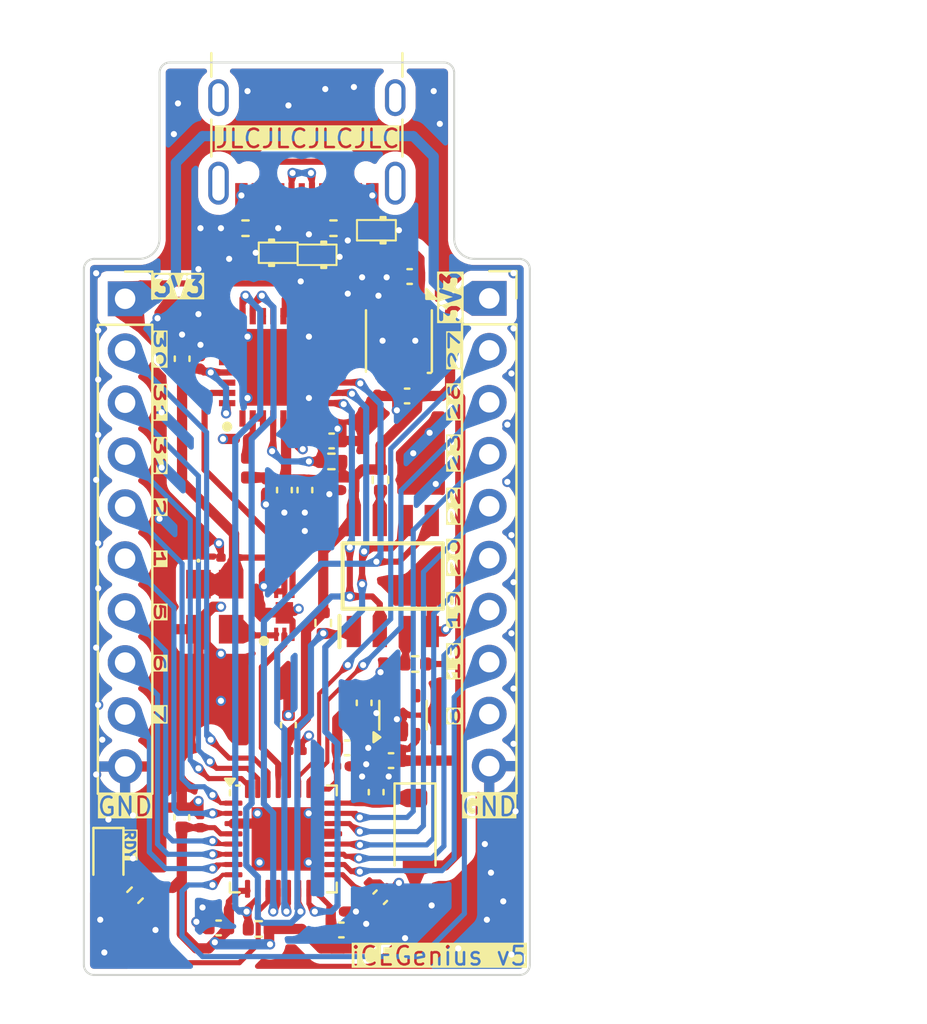
<source format=kicad_pcb>
(kicad_pcb (version 20240108) (generator "pcbnew") (generator_version "8.0")
  (title_block (comment 4 "AISLER Project ID: WPOTRRML"))
  (layers (0 "F.Cu" signal) (1 "In1.Cu" power) (2 "In2.Cu" signal) (31 "B.Cu" signal) (34 "B.Paste" user) (35 "F.Paste" user) (36 "B.SilkS" user "B.Silkscreen") (37 "F.SilkS" user "F.Silkscreen") (38 "B.Mask" user) (39 "F.Mask" user) (44 "Edge.Cuts" user))
  (net 0 "")
  (net 1 "+5V")
  (net 2 "GND")
  (net 3 "+3V3")
  (net 4 "+1V2")
  (net 5 "/+3V3A")
  (net 6 "/CHIP_PU")
  (net 8 "+2V5")
  (net 10 "USB_D-")
  (net 11 "USB_D+")
  (net 12 "SS")
  (net 14 "Net-(U4-{slash}HOLD_(IO3))")
  (net 15 "Net-(U4-{slash}WP_(IO2))")
  (net 16 "IOL_4B_GBIN7")
  (net 17 "IOL_5A_GBIN6")
  (net 18 "IOT_50_GBIN1")
  (net 19 "MOSI")
  (net 20 "IOR_36_GBIN2")
  (net 21 "IOR_35_GBIN3")
  (net 22 "IOL_2A")
  (net 23 "IOL_2B")
  (net 24 "IOR_34")
  (net 25 "IOR_38")
  (net 26 "IOR_39")
  (net 27 "IOT_45")
  (net 28 "IOT_47")
  (net 29 "IOT_52")
  (net 30 "IOT_53")
  (net 31 "IOL_4A")
  (net 32 "IOL_5B")
  (net 33 "CRESET_B")
  (net 35 "SCK")
  (net 37 "MISO")
  (net 40 "Net-(J1-CC1)")
  (net 42 "Net-(J1-CC2)")
  (net 50 "Net-(D5-A)")
  (net 52 "/CLK_40M_ESP32")
  (net 58 "/CLK_40M_FPGA")
  (net 59 "/CLK_40M")
  (net 63 "unconnected-(U3-U0RXD-Pad22)")
  (footprint "Capacitor_SMD:C_0402_1005Metric" (layer "F.Cu") (at 159.387503 112.664328 90)
    (property "Reference" "C17" (hide yes))
    (property "Value" "1u")
  )
  (footprint "Resistor_SMD:R_0402_1005Metric" (layer "F.Cu") (at 147.6 117.7 45)
    (property "Reference" "R7" (hide yes))
    (property "Value" "10k")
  )
  (footprint "PCM_Diode_SMD_AKL:D_0402_1005Metric_TVS" (layer "F.Cu") (at 159.4 85.2 180)
    (property "Reference" "D3" (hide yes))
    (property "Value" "ESD321" (hide yes))
  )
  (footprint "Capacitor_SMD:C_0402_1005Metric" (layer "F.Cu") (at 161.025 87.4625)
    (property "Reference" "C1" (hide yes))
    (property "Value" "1u")
  )
  (footprint "Connector_PinSocket_2.54mm:PinSocket_1x10_P2.54mm_Vertical" (layer "F.Cu") (at 164.915 88.53)
    (property "Reference" "J3" (hide yes))
    (property "Value" "RIGHT")
  )
  (footprint "Capacitor_SMD:C_0402_1005Metric" (layer "F.Cu") (at 160.9 93.3)
    (property "Reference" "C2" (hide yes))
    (property "Value" "10u")
  )
  (footprint "Resistor_SMD:R_0402_1005Metric" (layer "F.Cu") (at 153 85.1 180)
    (property "Reference" "R2" (hide yes))
    (property "Value" "5k1")
  )
  (footprint "Capacitor_SMD:C_0402_1005Metric" (layer "F.Cu") (at 159.587501 117.8 45)
    (property "Reference" "C29" (hide yes))
    (property "Value" "1u")
  )
  (footprint "Package_TO_SOT_SMD:SOT-353_SC-70-5" (layer "F.Cu") (at 160.7 108.9 90)
    (property "Reference" "U2" (hide yes))
    (property "Value" "MIC5365-1.2YC5")
  )
  (footprint "Resistor_SMD:R_0402_1005Metric" (layer "F.Cu") (at 156.8 104.4 90)
    (property "Reference" "R6" (hide yes))
    (property "Value" "10k")
  )
  (footprint "Capacitor_SMD:C_0402_1005Metric" (layer "F.Cu") (at 155.1 109.38 90)
    (property "Reference" "C23" (hide yes))
    (property "Value" "1u")
  )
  (footprint "Resistor_SMD:R_0402_1005Metric" (layer "F.Cu") (at 161.3 106.4 180)
    (property "Reference" "R5" (hide yes))
    (property "Value" "10k")
  )
  (footprint "SamacSys_Parts:SOIC127P600X175-8N" (layer "F.Cu") (at 160.2 102.1 90)
    (property "Reference" "U4" (hide yes))
    (property "Value" "W25Q80DVSNIG" (hide yes))
  )
  (footprint "Resistor_SMD:R_0402_1005Metric" (layer "F.Cu") (at 157.3 85.1)
    (property "Reference" "R1" (hide yes))
    (property "Value" "5k1")
  )
  (footprint "SamacSys_Parts:QFN50P500X500X90-33N" (layer "F.Cu") (at 154.603905 91.9 90)
    (property "Reference" "U3" (hide yes))
    (property "Value" "ESP32-C6FH4" (hide yes))
  )
  (footprint "Capacitor_SMD:C_0402_1005Metric" (layer "F.Cu") (at 155.903906 97.899999 -90)
    (property "Reference" "C7" (hide yes))
    (property "Value" "10u")
  )
  (footprint "Capacitor_SMD:C_0201_0603Metric" (layer "F.Cu") (at 152.12 101.2 180)
    (property "Reference" "C16" (hide yes))
    (property "Value" "100n")
  )
  (footprint "Capacitor_SMD:C_0201_0603Metric" (layer "F.Cu") (at 158.487501 112.8 90)
    (property "Reference" "C18" (hide yes))
    (property "Value" "100n")
  )
  (footprint "LED_SMD:LED_0603_1608Metric" (layer "F.Cu") (at 146.3 115.9 -90)
    (property "Reference" "D5" (hide yes))
    (property "Value" "FPGA_DONE_G")
  )
  (footprint "Capacitor_SMD:C_0402_1005Metric" (layer "F.Cu") (at 157.967501 110.5)
    (property "Reference" "C19" (hide yes))
    (property "Value" "1u")
  )
  (footprint "SamacSys_Parts:SON40P200X130X60-7N-D" (layer "F.Cu") (at 154.9 103.9 90)
    (property "Reference" "U6" (hide yes))
    (property "Value" "PL133-27GC-R" (hide yes))
  )
  (footprint "Capacitor_SMD:C_0201_0603Metric" (layer "F.Cu") (at 150.803905 91.679999 90)
    (property "Reference" "C6" (hide yes))
    (property "Value" "10n")
  )
  (footprint "Inductor_SMD:L_0402_1005Metric" (layer "F.Cu") (at 153.103905 96.8 90)
    (property "Reference" "L1" (hide yes))
    (property "Value" "LQG15HZ2N0B02D")
  )
  (footprint "Resistor_SMD:R_0402_1005Metric" (layer "F.Cu") (at 153.646098 119.350001)
    (property "Reference" "R8" (hide yes))
    (property "Value" "10k")
  )
  (footprint "Capacitor_SMD:C_0201_0603Metric" (layer "F.Cu") (at 157.487503 118.5)
    (property "Reference" "C28" (hide yes))
    (property "Value" "100n")
  )
  (footprint "Capacitor_SMD:C_0402_1005Metric" (layer "F.Cu") (at 154.903905 97.9 -90)
    (property "Reference" "C8" (hide yes))
    (property "Value" "1u")
  )
  (footprint "Capacitor_SMD:C_0201_0603Metric" (layer "F.Cu") (at 151.8675 118.399999 180)
    (property "Reference" "C30" (hide yes))
    (property "Value" "100n")
  )
  (footprint "Capacitor_SMD:C_0201_0603Metric" (layer "F.Cu") (at 158 97.9 180)
    (property "Reference" "C14" (hide yes))
    (property "Value" "100n")
  )
  (footprint "Capacitor_SMD:C_0201_0603Metric" (layer "F.Cu") (at 154.003906 97.699999 -90)
    (property "Reference" "C9" (hide yes))
    (property "Value" "100n")
  )
  (footprint "Capacitor_SMD:C_0402_1005Metric" (layer "F.Cu") (at 160.115948 111.121978)
    (property "Reference" "C3" (hide yes))
    (property "Value" "1u")
  )
  (footprint "Resistor_SMD:R_0402_1005Metric" (layer "F.Cu") (at 157.2 96.5)
    (property "Reference" "R3" (hide yes))
    (property "Value" "10k")
  )
  (footprint "Package_DFN_QFN:HVQFN-32-1EP_5x5mm_P0.5mm_EP3.1x3.1mm" (layer "F.Cu") (at 154.850003 114.95)
    (property "Reference" "U5" (hide yes))
    (property "Value" "ICE40LP384-SG32")
  )
  (footprint "Resistor_SMD:R_0402_1005Metric" (layer "F.Cu") (at 159.6 97.4 -90)
    (property "Reference" "R4" (hide yes))
    (property "Value" "10k")
  )
  (footprint "SamacSys_Parts:ECSTXO32CSMV400BNTR" (layer "F.Cu") (at 151.5 103.6 -90)
    (property "Reference" "Y1" (hide yes))
    (property "Value" "ECS-TXO-32CSMV-400-BN-TR" (hide yes))
  )
  (footprint "PCM_Diode_SMD_AKL:D_0402_1005Metric_TVS" (layer "F.Cu") (at 156.5 86.4 180)
    (property "Reference" "D2" (hide yes))
    (property "Value" "ESD321" (hide yes))
  )
  (footprint "Package_DFN_QFN:DFN-8-1EP_3x3mm_P0.65mm_EP1.55x2.4mm" (layer "F.Cu") (at 160.5 90.6125 -90)
    (property "Reference" "U1" (hide yes))
    (property "Value" "MCP1727-3302xMF")
  )
  (footprint "Capacitor_SMD:C_0201_0603Metric" (layer "F.Cu") (at 157.767503 111.4)
    (property "Reference" "C20" (hide yes))
    (property "Value" "100n")
  )
  (footprint "Capacitor_SMD:C_0201_0603Metric" (layer "F.Cu") (at 152.803905 95.4 180)
    (property "Reference" "C10" (hide yes))
    (property "Value" "100n")
  )
  (footprint "Capacitor_SMD:C_0402_1005Metric" (layer "F.Cu") (at 149.903906 91.48 90)
    (property "Reference" "C5" (hide yes))
    (property "Value" "1u")
  )
  (footprint "Capacitor_SMD:C_0402_1005Metric" (layer "F.Cu") (at 157.209999 95.499999)
    (property "Reference" "C13" (hide yes))
    (property "Value" "1u")
  )
  (footprint "Capacitor_SMD:C_0201_0603Metric" (layer "F.Cu") (at 155.5 88.3)
    (property "Reference" "C12" (hide yes))
    (property "Value" "100n")
  )
  (footprint "Connector_PinSocket_2.54mm:PinSocket_1x10_P2.54mm_Vertical" (layer "F.Cu") (at 147.115 88.55)
    (property "Reference" "J2" (hide yes))
    (property "Value" "LEFT")
  )
  (footprint "Capacitor_SMD:C_0402_1005Metric" (layer "F.Cu") (at 149.887502 113.9 90)
    (property "Reference" "C25" (hide yes))
    (property "Value" "1u")
  )
  (footprint "PCM_Diode_SMD_AKL:D_0402_1005Metric_TVS" (layer "F.Cu") (at 154.6 86.3)
    (property "Reference" "D4" (hide yes))
    (property "Value" "ESD321" (hide yes))
  )
  (footprint "Capacitor_SMD:C_0402_1005Metric" (layer "F.Cu") (at 151.687501 119.3 180)
    (property "Reference" "C21" (hide yes))
    (property "Value" "1u")
  )
  (footprint "Capacitor_SMD:C_0201_0603Metric" (layer "F.Cu") (at 150.787502 114.080001 90)
    (property "Reference" "C26" (hide yes))
    (property "Value" "100n")
  )
  (footprint "Diode_SMD:D_SOD-123" (layer "F.Cu") (at 161.287501 114.600001 -90)
    (property "Reference" "D1" (hide yes))
    (property "Value" "1N4148W-TP")
  )
  (footprint "Connector_USB:USB_C_Receptacle_GCT_USB4105-xx-A_16P_TopMnt_Horizontal" (layer "F.Cu") (at 156 79.795 180)
    (property "Reference" "J1" (hide yes))
    (property "Value" "USB4105-GF-A-060")
  )
  (footprint "Capacitor_SMD:C_0402_1005Metric" (layer "F.Cu") (at 157.687501 119.400001)
    (property "Reference" "C27" (hide yes))
    (property "Value" "1u")
  )
  (footprint "Capacitor_SMD:C_0201_0603Metric" (layer "F.Cu") (at 155.441459 110.650001)
    (property "Reference" "C24" (hide yes))
    (property "Value" "100n")
  )
  (footprint "Capacitor_SMD:C_0402_1005Metric" (layer "F.Cu") (at 158.800001 108.3 90)
    (property "Reference" "C4" (hide yes))
    (property "Value" "1u")
  )
  (footprint "Capacitor_SMD:C_0201_0603Metric" (layer "F.Cu") (at 154.4 101.9 180)
    (property "Reference" "C15" (hide yes))
    (property "Value" "100n")
  )
  (footprint "Capacitor_SMD:C_0201_0603Metric" (layer "F.Cu") (at 155.303905 95.4)
    (property "Reference" "C11" (hide yes))
    (property "Value" "100n")
  )
  (footprint "Capacitor_SMD:C_0201_0603Metric" (layer "F.Cu") (at 158.809685 117.305026 45)
    (property "Reference" "C22" (hide yes))
    (property "Value" "100n")
  )
  (gr_line (start 166.4 86.599999) (end 164.2 86.599999) (stroke (width 0.1)) (layer "Edge.Cuts"))
  (gr_line (start 163.2 85.599999) (end 163.2 77.499999) (stroke (width 0.1)) (layer "Edge.Cuts"))
  (gr_arc (start 148.8 77.5) (mid 148.946447 77.146446) (end 149.300001 76.999999) (stroke (width 0.1)) (layer "Edge.Cuts"))
  (gr_arc (start 164.2 86.599999) (mid 163.492893 86.307106) (end 163.2 85.599999) (stroke (width 0.1)) (layer "Edge.Cuts"))
  (gr_arc (start 166.9 121.099999) (mid 166.753553 121.453552) (end 166.4 121.599999) (stroke (width 0.1)) (layer "Edge.Cuts"))
  (gr_arc (start 145.600001 121.599999) (mid 145.246447 121.453552) (end 145.1 121.099998) (stroke (width 0.1)) (layer "Edge.Cuts"))
  (gr_line (start 145.600001 121.599999) (end 166.4 121.599999) (stroke (width 0.1)) (layer "Edge.Cuts"))
  (gr_arc (start 166.4 86.599999) (mid 166.753553 86.746446) (end 166.9 87.099999) (stroke (width 0.1)) (layer "Edge.Cuts"))
  (gr_line (start 162.7 76.999999) (end 149.300001 76.999999) (stroke (width 0.1)) (layer "Edge.Cuts"))
  (gr_line (start 145.1 87.1) (end 145.1 121.099998) (stroke (width 0.1)) (layer "Edge.Cuts"))
  (gr_arc (start 162.7 76.999999) (mid 163.053553 77.146446) (end 163.2 77.499999) (stroke (width 0.1)) (layer "Edge.Cuts"))
  (gr_line (start 147.800001 86.599999) (end 145.600001 86.599999) (stroke (width 0.1)) (layer "Edge.Cuts"))
  (gr_arc (start 148.8 85.6) (mid 148.507107 86.307106) (end 147.800001 86.599999) (stroke (width 0.1)) (layer "Edge.Cuts"))
  (gr_arc (start 145.1 87.1) (mid 145.246447 86.746446) (end 145.600001 86.599999) (stroke (width 0.1)) (layer "Edge.Cuts"))
  (gr_line (start 148.8 77.5) (end 148.8 85.6) (stroke (width 0.1)) (layer "Edge.Cuts"))
  (gr_line (start 166.9 121.099999) (end 166.9 87.099999) (stroke (width 0.1)) (layer "Edge.Cuts"))
  (gr_text "GND" (at 145.7 113.9 0) (layer "F.SilkS" knockout) (effects (font (size 0.9 0.875) (thickness 0.125) (bold yes)) (justify left bottom)))
  (gr_text "7" (at 148.5 108.3 270) (layer "F.SilkS" knockout) (effects (font (size 0.5 1) (thickness 0.125) (bold yes)) (justify left bottom)))
  (gr_text "GND" (at 163.5 113.9 0) (layer "F.SilkS" knockout) (effects (font (size 0.9 0.875) (thickness 0.125) (bold yes)) (justify left bottom)))
  (gr_text "23" (at 163.5 97.1 90) (layer "F.SilkS" knockout) (effects (font (size 0.5 1) (thickness 0.125) (bold yes)) (justify left bottom)))
  (gr_text "3V3" (at 148.4 88.5 0) (layer "F.SilkS" knockout) (effects (font (size 0.9 0.875) (thickness 0.2) (bold yes)) (justify left bottom)))
  (gr_text "6" (at 148.5 105.8 270) (layer "F.SilkS" knockout) (effects (font (size 0.5 1) (thickness 0.125) (bold yes)) (justify left bottom)))
  (gr_text "8" (at 163.5 109.5 90) (layer "F.SilkS" knockout) (effects (font (size 0.5 1) (thickness 0.125) (bold yes)) (justify left bottom)))
  (gr_text "20" (at 163.5 102.2 90) (layer "F.SilkS" knockout) (effects (font (size 0.5 1) (thickness 0.125) (bold yes)) (justify left bottom)))
  (gr_text "32" (at 148.5 95.2 270) (layer "F.SilkS" knockout) (effects (font (size 0.5 1) (thickness 0.125) (bold yes)) (justify left bottom)))
  (gr_text "26" (at 163.5 94.6 90) (layer "F.SilkS" knockout) (effects (font (size 0.5 1) (thickness 0.125) (bold yes)) (justify left bottom)))
  (gr_text "5" (at 148.5 103.3 270) (layer "F.SilkS" knockout) (effects (font (size 0.5 1) (thickness 0.125) (bold yes)) (justify left bottom)))
  (gr_text "RDY" (at 147.035 114.415 -90) (layer "F.SilkS" knockout) (effects (font (size 0.5 0.5) (thickness 0.125) (bold yes)) (justify left bottom)))
  (gr_text "iCEGenius v5" (at 158.1 121.2 0) (layer "F.SilkS" knockout) (effects (font (size 0.9 0.875) (thickness 0.125) (bold yes)) (justify left bottom)))
  (gr_text "JLCJLCJLCJLC" (at 151.45 81.25 0) (layer "F.SilkS" knockout) (effects (font (size 0.9 0.875) (thickness 0.125) (bold yes)) (justify left bottom)))
  (gr_text "3V3" (at 163.585 89.8 90) (layer "F.SilkS" knockout) (effects (font (size 0.9 0.875) (thickness 0.2) (bold yes)) (justify left bottom)))
  (gr_text "27\n" (at 163.5 92.1 90) (layer "F.SilkS" knockout) (effects (font (size 0.5 1) (thickness 0.125) (bold yes)) (justify left bottom)))
  (gr_text "22" (at 163.5 99.7 90) (layer "F.SilkS" knockout) (effects (font (size 0.5 1) (thickness 0.125) (bold yes)) (justify left bottom)))
  (gr_text "19" (at 163.5 104.8 90) (layer "F.SilkS" knockout) (effects (font (size 0.5 1) (thickness 0.125) (bold yes)) (justify left bottom)))
  (gr_text "30" (at 148.5 90 270) (layer "F.SilkS" knockout) (effects (font (size 0.5 1) (thickness 0.125) (bold yes)) (justify left bottom)))
  (gr_text "18" (at 163.5 107.3 90) (layer "F.SilkS" knockout) (effects (font (size 0.5 1) (thickness 0.125) (bold yes)) (justify left bottom)))
  (gr_text "1" (at 148.5 100.7 270) (layer "F.SilkS" knockout) (effects (font (size 0.5 1) (thickness 0.125) (bold yes)) (justify left bottom)))
  (gr_text "31" (at 148.5 92.6 270) (layer "F.SilkS" knockout) (effects (font (size 0.5 1) (thickness 0.125) (bold yes)) (justify left bottom)))
  (gr_text "2" (at 148.5 98.2 270) (layer "F.SilkS" knockout) (effects (font (size 0.5 1) (thickness 0.125) (bold yes)) (justify left bottom)))
  (segment (start 158.4 83.475) (end 158.4 84.2) (width 0.3) (layer "F.Cu") (net 1))
  (segment (start 161.2 86.3) (end 161.505 86.605) (width 0.5) (layer "F.Cu") (net 1))
  (segment (start 158.915 85.2) (end 158.915 86.115) (width 0.5) (layer "F.Cu") (net 1))
  (segment (start 157.85 81.85) (end 158.165 82.165) (width 0.3) (layer "F.Cu") (net 1))
  (segment (start 159.1 86.3) (end 161.2 86.3) (width 0.5) (layer "F.Cu") (net 1))
  (segment (start 161.505 89.032501) (end 161.475001 89.0625) (width 0.5) (layer "F.Cu") (net 1))
  (segment (start 161.475001 89.0625) (end 160.175 89.0625) (width 0.3) (layer "F.Cu") (net 1))
  (segment (start 153.835 82.700305) (end 153.835 82.165) (width 0.3) (layer "F.Cu") (net 1))
  (segment (start 158.915 86.115) (end 159.1 86.3) (width 0.5) (layer "F.Cu") (net 1))
  (segment (start 161.505 86.605) (end 161.505 87.4625) (width 0.5) (layer "F.Cu") (net 1))
  (segment (start 153.6 82.935305) (end 153.835 82.700305) (width 0.3) (layer "F.Cu") (net 1))
  (segment (start 158.915 84.715) (end 158.915 85.2) (width 0.3) (layer "F.Cu") (net 1))
  (segment (start 153.835 82.165) (end 154.15 81.85) (width 0.3) (layer "F.Cu") (net 1))
  (segment (start 158.165 82.165) (end 158.165 83.24) (width 0.3) (layer "F.Cu") (net 1))
  (segment (start 158.165 83.24) (end 158.4 83.475) (width 0.3) (layer "F.Cu") (net 1))
  (segment (start 154.15 81.85) (end 157.85 81.85) (width 0.3) (layer "F.Cu") (net 1))
  (segment (start 161.505 87.4625) (end 161.505 89.032501) (width 0.5) (layer "F.Cu") (net 1))
  (segment (start 153.6 83.475) (end 153.6 82.935305) (width 0.3) (layer "F.Cu") (net 1))
  (segment (start 158.4 84.2) (end 158.915 84.715) (width 0.3) (layer "F.Cu") (net 1))
  (segment (start 150.803905 91.359999) (end 150.803905 90.803905) (width 0.5) (layer "F.Cu") (net 2))
  (segment (start 159.078022 111.121978) (end 158.9 111.3) (width 0.5) (layer "F.Cu") (net 2))
  (segment (start 151.8 101.2) (end 151.8 100.6) (width 0.3) (layer "F.Cu") (net 2))
  (segment (start 157.5 94.9) (end 157.5 95.31) (width 0.5) (layer "F.Cu") (net 2))
  (segment (start 162.688 104.812) (end 162.105 104.812) (width 0.5) (layer "F.Cu") (net 2))
  (segment (start 157.719999 95.5) (end 157.719999 95.499999) (width 0.5) (layer "F.Cu") (net 2))
  (segment (start 158.167501 119.400001) (end 158.599999 119.400001) (width 0.5) (layer "F.Cu") (net 2))
  (segment (start 157.81 85.1) (end 157.81 85.51) (width 0.5) (layer "F.Cu") (net 2))
  (segment (start 159.926912 117.460589) (end 160.139411 117.460589) (width 0.3) (layer "F.Cu") (net 2))
  (segment (start 154.887503 114.9125) (end 154.850003 114.95) (width 0.25) (layer "F.Cu") (net 2))
  (segment (start 150.9 119.3) (end 150.6 119) (width 0.5) (layer "F.Cu") (net 2))
  (segment (start 154.100003 114.2) (end 154.850003 114.95) (width 0.25) (layer "F.Cu") (net 2))
  (segment (start 146.3 115.112499) (end 146.3 114) (width 0.5) (layer "F.Cu") (net 2))
  (segment (start 157.2875 114.7) (end 155.1 114.7) (width 0.5) (layer "F.Cu") (net 2))
  (segment (start 157.68 97.9) (end 157.3 97.9) (width 0.5) (layer "F.Cu") (net 2))
  (segment (start 151.5475 118.399999) (end 150.999999 118.399999) (width 0.5) (layer "F.Cu") (net 2))
  (segment (start 160.42 93.3) (end 160.42 93.98) (width 0.5) (layer "F.Cu") (net 2))
  (segment (start 158.800001 108.78) (end 159.38 108.78) (width 0.5) (layer "F.Cu") (net 2))
  (segment (start 159.524999 89.0625) (end 159.524999 88.424999) (width 0.5) (layer "F.Cu") (net 2))
  (segment (start 155.903906 98.996094) (end 155.9 99) (width 0.5) (layer "F.Cu") (net 2))
  (segment (start 152.412502 114.200001) (end 154.100003 114.2) (width 0.5) (layer "F.Cu") (net 2))
  (segment (start 154.9 103.9) (end 155.4 103.9) (width 0.3) (layer "F.Cu") (net 2))
  (segment (start 149.903906 90.303906) (end 149.9 90.3) (width 0.5) (layer "F.Cu") (net 2))
  (segment (start 159.715672 112.184328) (end 160 111.9) (width 0.5) (layer "F.Cu") (net 2))
  (segment (start 160.545 87.4625) (end 159.9375 87.4625) (width 0.5) (layer "F.Cu") (net 2))
  (segment (start 158.8 111.4) (end 158.9 111.3) (width 0.5) (layer "F.Cu") (net 2))
  (segment (start 150.7 104.7) (end 150.7 104.32) (width 0.5) (layer "F.Cu") (net 2))
  (segment (start 159.9375 87.4625) (end 159.9 87.5) (width 0.5) (layer "F.Cu") (net 2))
  (segment (start 153.9 102.08) (end 154.08 101.9) (width 0.5) (layer "F.Cu") (net 2))
  (segment (start 159.545075 117.078752) (end 159.926912 117.460589) (width 0.3) (layer "F.Cu") (net 2))
  (segment (start 151.52 105.9) (end 150.7 105.08) (width 0.5) (layer "F.Cu") (net 2))
  (segment (start 156.1 109.9) (end 155.761459 110.238541) (width 0.3) (layer "F.Cu") (net 2))
  (segment (start 152.490001 85.1) (end 151.8 85.1) (width 0.5) (layer "F.Cu") (net 2))
  (segment (start 150.7 104.32) (end 151.42 103.6) (width 0.5) (layer "F.Cu") (net 2))
  (segment (start 155.623905 95.4) (end 155.623905 95.723905) (width 0.5) (layer "F.Cu") (net 2))
  (segment (start 151.207501 119.3) (end 150.9 119.3) (width 0.5) (layer "F.Cu") (net 2))
  (segment (start 158.447501 110.5) (end 159 110.5) (width 0.5) (layer "F.Cu") (net 2))
  (segment (start 158.487501 112.112499) (end 158.487501 112.48) (width 0.5) (layer "F.Cu") (net 2))
  (segment (start 156.985 86.5) (end 157.6 86.5) (width 0.5) (layer "F.Cu") (net 2))
  (segment (start 149.887502 113.42) (end 150.38 113.42) (width 0.5) (layer "F.Cu") (net 2))
  (segment (start 155.3 104.95) (end 155.3 104.3) (width 0.3) (layer "F.Cu") (net 2))
  (segment (start 160.7 109.4) (end 160.4 109.1) (width 0.5) (layer "F.Cu") (net 2))
  (segment (start 162.8 104.7) (end 162.688 104.812) (width 0.5) (layer "F.Cu") (net 2))
  (segment (start 154.003906 98.019999) (end 154.003906 98.596094) (width 0.5) (layer "F.Cu") (net 2))
  (segment (start 159.035959 117.078752) (end 159.545075 117.078752) (width 0.3) (layer "F.Cu") (net 2))
  (segment (start 151.8 105.9) (end 151.52 105.9) (width 0.5) (layer "F.Cu") (net 2))
  (segment (start 155.4 103.9) (end 155.6 103.7) (width 0.3) (layer "F.Cu") (net 2))
  (segment (start 160.7 109.849999) (end 160.7 109.4) (width 0.5) (layer "F.Cu") (net 2))
  (segment (start 158.7 111.9) (end 158.487501 112.112499) (width 0.5) (layer "F.Cu") (net 2))
  (segment (start 154.003906 98.596094) (end 154 98.6) (width 0.5) (layer "F.Cu") (net 2))
  (segment (start 159.635948 111.121978) (end 159.078022 111.121978) (width 0.5) (layer "F.Cu") (net 2))
  (segment (start 154.903905 98.996095) (end 154.9 99) (width 0.5) (layer "F.Cu") (net 2))
  (segment (start 157.3 97.9) (end 157.1 98.1) (width 0.5) (layer "F.Cu") (net 2))
  (segment (start 160.42 93.98) (end 160.4 94) (width 0.5) (layer "F.Cu") (net 2))
  (segment (start 150.38 113.42) (end 150.7 113.1) (width 0.5) (layer "F.Cu") (net 2))
  (segment (start 154.900002 114.900001) (end 154.8875 114.900001) (width 0.25) (layer "F.Cu") (net 2))
  (segment (start 155.903906 98.379999) (end 155.903906 98.996094) (width 0.5) (layer "F.Cu") (net 2))
  (segment (start 153.9 102.6) (end 153.9 102.08) (width 0.5) (layer "F.Cu") (net 2))
  (segment (start 160.139411 117.460589) (end 160.5 117.1) (width 0.3) (layer "F.Cu") (net 2))
  (segment (start 155.82 87.82) (end 155.7 87.7) (width 0.5) (layer "F.Cu") (net 2))
  (segment (start 155.1 114.7) (end 154.900002 114.900001) (width 0.25) (layer "F.Cu") (net 2))
  (segment (start 151.8 100.6) (end 151.7 100.5) (width 0.3) (layer "F.Cu") (net 2))
  (segment (start 150.803905 90.803905) (end 150.8 90.8) (width 0.5) (layer "F.Cu") (net 2))
  (segment (start 150.999999 118.399999) (end 150.9 118.3) (width 0.3) (layer "F.Cu") (net 2))
  (segment (start 149.903906 91) (end 149.903906 90.303906) (width 0.5) (layer "F.Cu") (net 2))
  (segment (start 155.761459 110.238541) (end 155.761459 110.650001) (width 0.3) (layer "F.Cu") (net 2))
  (segment (start 150.7 113.1) (end 150.7 113.672499) (width 0.5) (layer "F.Cu") (net 2))
  (segment (start 154.903905 98.38) (end 154.903905 98.996095) (width 0.5) (layer "F.Cu") (net 2))
  (segment (start 155.623905 95.723905) (end 155.8 95.9) (width 0.5) (layer "F.Cu") (net 2))
  (segment (start 150.7 105.08) (end 150.7 104.7) (width 0.5) (layer "F.Cu") (net 2))
  (segment (start 159.38 108.78) (end 159.4 108.8) (width 0.5) (layer "F.Cu") (net 2))
  (segment (start 157.81 85.51) (end 158 85.7) (width 0.5) (layer "F.Cu") (net 2))
  (segment (start 154.115 86.3) (end 153.5 86.3) (width 0.5) (layer "F.Cu") (net 2))
  (segment (start 159.387503 112.184328) (end 159.715672 112.184328) (width 0.5) (layer "F.Cu") (net 2))
  (segment (start 159.524999 88.424999) (end 159.5 88.4) (width 0.5) (layer "F.Cu") (net 2))
  (segment (start 158.599999 119.400001) (end 158.9 119.1) (width 0.5) (layer "F.Cu") (net 2))
  (segment (start 152.483905 95.4) (end 151.9 95.4) (width 0.5) (layer "F.Cu") (net 2))
  (segment (start 157.5 95.31) (end 157.689999 95.499999) (width 0.5) (layer "F.Cu") (net 2))
  (segment (start 155.82 88.3) (end 155.82 87.82) (width 0.5) (layer "F.Cu") (net 2))
  (segment (start 154.8875 114.900001) (end 154.887503 114.9125) (width 0.25) (layer "F.Cu") (net 2))
  (segment (start 158.087503 111.4) (end 158.8 111.4) (width 0.5) (layer "F.Cu") (net 2))
  (segment (start 157.807503 118.5) (end 158.4 118.5) (width 0.5) (layer "F.Cu") (net 2))
  (segment (start 155.3 104.3) (end 154.9 103.9) (width 0.3) (layer "F.Cu") (net 2))
  (segment (start 159.885 85.2) (end 160.5 85.2) (width 0.5) (layer "F.Cu") (net 2))
  (segment (start 151.42 103.6) (end 151.8 103.6) (width 0.5) (layer "F.Cu") (net 2))
  (via (at 159.7 90.6) (size 0.5) (drill 0.3) (layers "F.Cu" "B.Cu") (net 2))
  (via (at 151.8 85.1) (size 0.5) (drill 0.3) (layers "F.Cu" "B.Cu") (net 2))
  (via (at 154.6 85.1) (size 0.5) (drill 0.3) (layers "F.Cu" "B.Cu") (net 2))
  (via (at 162.1 118.2) (size 0.5) (drill 0.3) (layers "F.Cu" "B.Cu") (net 2))
  (via (at 158 88.3) (size 0.5) (drill 0.3) (layers "F.Cu" "B.Cu") (net 2))
  (via (at 158.7 87.5) (size 0.5) (drill 0.3) (layers "F.Cu" "B.Cu") (net 2))
  (via (at 153.1 78.4) (size 0.5) (drill 0.3) (layers "F.Cu" "B.Cu") (net 2))
  (via (at 156.9 78.3) (size 0.5) (drill 0.3) (layers "F.Cu" "B.Cu") (net 2))
  (via (at 153.1 93.4) (size 0.5) (drill 0.3) (layers "F.Cu" "B.Cu") (net 2))
  (via (at 157.6 86.5) (size 0.5) (drill 0.3) (layers "F.Cu" "B.Cu") (net 2))
  (via (at 155.7 87.7) (size 0.5) (drill 0.3) (layers "F.Cu" "B.Cu") (net 2))
  (via (at 158 85.7) (size 0.5) (drill 0.3) (layers "F.Cu" "B.Cu") (net 2))
  (via (at 160.4 94) (size 0.5) (drill 0.3) (layers "F.Cu" "B.Cu") (net 2))
  (via (at 146.1 120.5) (size 0.5) (drill 0.3) (layers "F.Cu" "B.Cu") (net 2))
  (via (at 145.8 102.7) (size 0.5) (drill 0.3) (layers "F.Cu" "B.Cu") (net 2))
  (via (at 160 111.9) (size 0.5) (drill 0.3) (layers "F.Cu" "B.Cu") (net 2))
  (via (at 156.1 109.9) (size 0.5) (drill 0.3) (layers "F.Cu" "B.Cu") (net 2))
  (via (at 165.8 94.7) (size 0.5) (drill 0.3) (layers "F.Cu" "B.Cu") (net 2))
  (via (at 145.8 90.1) (size 0.5) (drill 0.3) (layers "F.Cu" "B.Cu") (net 2))
  (via (at 155.1 79.1) (size 0.5) (drill 0.3) (layers "F.Cu" "B.Cu") (net 2))
  (via (at 162 95.1) (size 0.5) (drill 0.3) (layers "F.Cu" "B.Cu") (net 2))
  (via (at 158.4 118.5) (size 0.5) (drill 0.3) (layers "F.Cu" "B.Cu") (net 2))
  (via (at 151.8 108.2) (size 0.5) (drill 0.3) (layers "F.Cu" "B.Cu") (net 2))
  (via (at 148.9 94.1) (size 0.5) (drill 0.3) (layers "F.Cu" "B.Cu") (net 2))
  (via (at 165 116.6) (size 0.5) (drill 0.3) (layers "F.Cu" "B.Cu") (net 2))
  (via (at 150.8 85.1) (size 0.5) (drill 0.3) (layers "F.Cu" "B.Cu") (net 2))
  (via (at 154 98.6) (size 0.5) (drill 0.3) (layers "F.Cu" "B.Cu") (net 2))
  (via (at 153.5875 113.700001) (size 0.5) (drill 0.3) (layers "F.Cu" "B.Cu") (net 2))
  (via (at 165.6 118) (size 0.5) (drill 0.3) (layers "F.Cu" "B.Cu") (net 2))
  (via (at 155.6 103.7) (size 0.5) (drill 0.3) (layers "F.Cu" "B.Cu") (net 2))
  (via (at 146 110.1) (size 0.5) (drill 0.3) (layers "F.Cu" "B.Cu") (net 2))
  (via (at 151.9 95.4) (size 0.5) (drill 0.3) (layers "F.Cu" "B.Cu") (net 2))
  (via (at 160.4 109.1) (size 0.5) (drill 0.3) (layers "F.Cu" "B.Cu") (net 2))
  (via (at 145.8 92.5) (size 0.5) (drill 0.3) (layers "F.Cu" "B.Cu") (net 2))
  (via (at 159.6 106.8) (size 0.5) (drill 0.3) (layers "F.Cu" "B.Cu") (net 2))
  (via (at 158.9 119.1) (size 0.5) (drill 0.3) (layers "F.Cu" "B.Cu") (net 2))
  (via (at 155.9 99.9) (size 0.5) (drill 0.3) (layers "F.Cu" "B.Cu") (net 2))
  (via (at 166 92.2) (size 0.5) (drill 0.3) (layers "F.Cu" "B.Cu") (net 2))
  (via (at 157.5 94.9) (size 0.5) (drill 0.3) (layers "F.Cu" "B.Cu") (net 2))
  (via (at 160.5 117.1) (size 0.5) (drill 0.3) (layers "F.Cu" "B.Cu") (net 2))
  (via (at 158.7 111.9) (size 0.5) (drill 0.3) (layers "F.Cu" "B.Cu") (net 2))
  (via (at 150.7 89.3) (size 0.5) (drill 0.3) (layers "F.Cu" "B.Cu") (net 2))
  (via (at 147.5 115.9) (size 0.5) (drill 0.3) (layers "F.Cu" "B.Cu") (net 2))
  (via (at 147.5 113.8) (size 0.5) (drill 0.3) (layers "F.Cu" "B.Cu") (net 2))
  (via (at 156.087502 116.1) (size 0.5) (drill 0.3) (layers "F.Cu" "B.Cu") (net 2))
  (via (at 149.9 90.3) (size 0.5) (drill 0.3) (layers "F.Cu" "B.Cu") (net 2))
  (via (at 162.8 104.7) (size 0.5) (drill 0.3) (layers "F.Cu" "B.Cu") (net 2))
  (via (at 160.8 119.8) (size 0.5) (drill 0.3) (layers "F.Cu" "B.Cu") (net 2))
  (via (at 153.9 102.6) (size 0.5) (drill 0.3) (layers "F.Cu" "B.Cu") (net 2))
  (via (at 155.8 95.9) (size 0.5) (drill 0.3) (layers "F.Cu" "B.Cu") (net 2))
  (via (at 152.8 83.5) (size 0.5) (drill 0.3) (layers "F.Cu" "B.Cu") (net 2))
  (via (at 145.7 105.6) (size 0.5) (drill 0.3) (layers "F.Cu" "B.Cu") (net 2))
  (via (at 155.9 99) (size 0.5) (drill 0.3) (layers "F.Cu" "B.Cu") (net 2))
  (via (at 159.4 108.8) (size 0.5) (drill 0.3) (layers "F.Cu" "B.Cu") (net 2))
  (via (at 161.2 96.1) (size 0.5) (drill 0.3) (layers "F.Cu" "B.Cu") (net 2))
  (via (at 145.7 97.4) (size 0.5) (drill 0.3) (layers "F.Cu" "B.Cu") (net 2))
  (via (at 148.7 89.5) (size 0.5) (drill 0.3) (layers "F.Cu" "B.Cu") (net 2))
  (via (at 157.1 98.1) (size 0.5) (drill 0.3) (layers "F.Cu" "B.Cu") (net 2))
  (via (at 165.8 97.5) (size 0.5) (drill 0.3) (layers "F.Cu" "B.Cu") (net 2))
  (via (at 156.1 93.4) (size 0.5) (drill 0.3) (layers "F.Cu" "B.Cu") (net 2))
  (via (at 150.7 87.1) (size 0.5) (drill 0.3) (layers "F.Cu" "B.Cu") (net 2))
  (via (at 156.1 85.4) (size 0.5) (drill 0.3) (layers "F.Cu" "B.Cu") (net 2))
  (via (at 151.8 105.9) (size 0.5) (drill 0.3) (layers "F.Cu" "B.Cu") (net 2))
  (via (at 166.2 113.6) (size 0.5) (drill 0.3) (layers "F.Cu" "B.Cu") (net 2))
  (via (at 153.687501 116.1) (size 0.5) (drill 0.3) (layers "F.Cu" "B.Cu") (net 2))
  (via (at 164.8 118.9) (size 0.5) (drill 0.3) (layers "F.Cu" "B.Cu") (net 2))
  (via (at 145.8 100.5) (size 0.5) (drill 0.3) (layers "F.Cu" "B.Cu") (net 2))
  (via (at 148.9 96.8) (size 0.5) (drill 0.3) (layers "F.Cu" "B.Cu") (net 2))
  (via (at 159.5 88.4) (size 0.5) (drill 0.3) (layers "F.Cu" "B.Cu") (net 2))
  (via (at 159.9 87.5) (size 0.5) (drill 0.3) (layers "F.Cu" "B.Cu") (net 2))
  (via (at 145.8 95.2) (size 0.5) (drill 0.3) (layers "F.Cu" "B.Cu") (net 2))
  (via (at 145.9 118.9) (size 0.5) (drill 0.3) (layers "F.Cu" "B.Cu") (net 2))
  (via (at 149.5 80.5) (size 0.5) (drill 0.3) (layers "F.Cu" "B.Cu") (net 2))
  (via (at 159 110.5) (size 0.5) (drill 0.3) (layers "F.Cu" "B.Cu") (net 2))
  (via (at 163.4 120.3) (size 0.5) (drill 0.3) (layers "F.Cu" "B.Cu") (net 2))
  (via (at 162.2 78.4) (size 0.5) (drill 0.3) (layers "F.Cu" "B.Cu") (net 2))
  (via (at 166.1 107.6) (size 0.5) (drill 0.3) (layers "F.Cu" "B.Cu") (net 2))
  (via (at 145.7 87.3) (size 0.5) (drill 0.3) (layers "F.Cu" "B.Cu") (net 2))
  (via (at 166.1 90) (size 0.5) (drill 0.3) (layers "F.Cu" "B.Cu") (net 2))
  (via (at 151.7 100.5) (size 0.5) (drill 0.3) (layers "F.Cu" "B.Cu") (net 2))
  (via (at 156.1 90.4) (size 0.5) (drill 0.3) (layers "F.Cu" "B.Cu") (net 2))
  (via (at 145.7 111.8) (size 0.5) (drill 0.3) (layers "F.Cu" "B.Cu") (net 2))
  (via (at 166.1 87.3) (size 0.5) (drill 0.3) (layers "F.Cu" "B.Cu") (net 2))
  (via (at 155.1 108.9) (size 0.5) (drill 0.3) (layers "F.Cu" "B.Cu") (net 2))
  (via (at 159.2 83.5) (size 0.5) (drill 0.3) (layers "F.Cu" "B.Cu") (net 2))
  (via (at 148.6 119.4) (size 0.5) (drill 0.3) (layers "F.Cu" "B.Cu") (net 2))
  (via (at 160.5 85.2) (size 0.5) (drill 0.3) (layers "F.Cu" "B.Cu") (net 2))
  (via (at 150.9 118.3) (size 0.5) (drill 0.3) (layers "F.Cu" "B.Cu") (net 2))
  (via (at 150.6 119) (size 0.5) (drill 0.3) (layers "F.Cu" "B.Cu") (net 2))
  (via (at 161.3 90.6) (size 0.5) (drill 0.3) (layers "F.Cu" "B.Cu") (net 2))
  (via (at 166 104.9) (size 0.5) (drill 0.3) (layers "F.Cu" "B.Cu") (net 2))
  (via (at 162.5 80) (size 0.5) (drill 0.3) (layers "F.Cu" "B.Cu") (net 2))
  (via (at 151.8 103.6) (size 0.5) (drill 0.3) (layers "F.Cu" "B.Cu") (net 2))
  (via (at 149.7 79) (size 0.5) (drill 0.3) (layers "F.Cu" "B.Cu") (net 2))
  (via (at 152.2 86.6) (size 0.5) (drill 0.3) (layers "F.Cu" "B.Cu") (net 2))
  (via (at 150.8 90.8) (size 0.5) (drill 0.3) (layers "F.Cu" "B.Cu") (net 2))
  (via (at 153.5 86.3) (size 0.5) (drill 0.3) (layers "F.Cu" "B.Cu") (net 2))
  (via (at 158.9 111.3) (size 0.5) (drill 0.3) (layers "F.Cu" "B.Cu") (net 2))
  (via (at 156.0875 113.700001) (size 0.5) (drill 0.3) (layers "F.Cu" "B.Cu") (net 2))
  (via (at 146.3 114) (size 0.5) (drill 0.3) (layers "F.Cu" "B.Cu") (net 2))
  (via (at 166.1 102.4) (size 0.5) (drill 0.3) (layers "F.Cu" "B.Cu") (net 2))
  (via (at 145.8 108.4) (size 0.5) (drill 0.3) (layers "F.Cu" "B.Cu") (net 2))
  (via (at 166.1 110.3) (size 0.5) (drill 0.3) (layers "F.Cu" "B.Cu") (net 2))
  (via (at 148.8 99.3) (size 0.5) (drill 0.3) (layers "F.Cu" "B.Cu") (net 2))
  (via (at 150.7 113.1) (size 0.5) (drill 0.3) (layers "F.Cu" "B.Cu") (net 2))
  (via (at 162.3 97.6) (size 0.5) (drill 0.3) (layers "F.Cu" "B.Cu") (net 2))
  (via (at 164.7 115.2) (size 0.5) (drill 0.3) (layers "F.Cu" "B.Cu") (net 2))
  (via (at 158.3 78.2) (size 0.5) (drill 0.3) (layers "F.Cu" "B.Cu") (net 2))
  (via (at 153.1 90.4) (size 0.5) (drill 0.3) (layers "F.Cu" "B.Cu") (net 2))
  (via (at 166 120.6) (size 0.5) (drill 0.3) (layers "F.Cu" "B.Cu") (net 2))
  (via (at 166 100.1) (size 0.5) (drill 0.3) (layers "F.Cu" "B.Cu") (net 2))
  (via (at 154.9 99) (size 0.5) (drill 0.3) (layers "F.Cu" "B.Cu") (net 2))
  (segment (start 149.9 91.988798) (end 149.9 97.5) (width 0.5) (layer "F.Cu") (net 3))
  (segment (start 155.1 109.86) (end 155.14 109.86) (width 0.5) (layer "F.Cu") (net 3))
  (segment (start 153.103905 97.285) (end 153.908907 97.285) (width 0.5) (layer "F.Cu") (net 3))
  (segment (start 160.287503 118.5) (end 161.287501 117.5) (width 0.5) (layer "F.Cu") (net 3))
  (segment (start 159.608679 118.500001) (end 159.608679 119.591321) (width 0.5) (layer "F.Cu") (net 3))
  (segment (start 152.44 101.2) (end 154.219999 101.2) (width 0.3) (layer "F.Cu") (net 3))
  (segment (start 149.887502 116.9) (end 149.887502 114.38) (width 0.5) (layer "F.Cu") (net 3))
  (segment (start 152.44 100.04) (end 152.44 101.2) (width 0.5) (layer "F.Cu") (net 3))
  (segment (start 160.595948 111.121978) (end 163.321978 111.121978) (width 0.5) (layer "F.Cu") (net 3))
  (segment (start 154.853905 89.4) (end 154.919054 89.334851) (width 0.3) (layer "F.Cu") (net 3))
  (segment (start 163 92.9) (end 163 89.2) (width 0.5) (layer "F.Cu") (net 3))
  (segment (start 151.3 92.15) (end 152.103905 92.15) (width 0.3) (layer "F.Cu") (net 3))
  (segment (start 150.7875 114.4) (end 149.9075 114.4) (width 0.3) (layer "F.Cu") (net 3))
  (segment (start 154.853905 94.4) (end 154.853905 95.27) (width 0.3) (layer "F.Cu") (net 3))
  (segment (start 163.5 108.8) (end 163.5 111.3) (width 0.5) (layer "F.Cu") (net 3))
  (segment (start 159.6 96.890001) (end 159.6 95.719999) (width 0.5) (layer "F.Cu") (net 3))
  (segment (start 154.919054 89.334851) (end 154.919054 88.560946) (width 0.3) (layer "F.Cu") (net 3))
  (segment (start 149.9 97.5) (end 152.44 100.04) (width 0.5) (layer "F.Cu") (net 3))
  (segment (start 150.953906 92.15) (end 150.803905 91.999999) (width 0.3) (layer "F.Cu") (net 3))
  (segment (start 152.712501 117.487499) (end 152.187502 118.012498) (width 0.3) (layer "F.Cu") (net 3))
  (segment (start 154.156097 120.056097) (end 154.156097 119.350001) (width 0.5) (layer "F.Cu") (net 3))
  (segment (start 156.600001 117.3875) (end 156.600001 117.700001) (width 0.25) (layer "F.Cu") (net 3))
  (segment (start 157.709999 96.5) (end 157.709999 96.989999) (width 0.3) (layer "F.Cu") (net 3))
  (segment (start 163.5 106.4) (end 163.5 108.8) (width 0.5) (layer "F.Cu") (net 3))
  (segment (start 147.115 88.55) (end 147.115 89.203798) (width 0.5) (layer "F.Cu") (net 3))
  (segment (start 157.797501 120.3) (end 157.207501 120.3) (width 0.5) (layer "F.Cu") (net 3))
  (segment (start 150.6 120.3) (end 149.887502 119.587502) (width 0.5) (layer "F.Cu") (net 3))
  (segment (start 156.8 103.890001) (end 156.8 100.883) (width 0.5) (layer "F.Cu") (net 3))
  (segment (start 157.207501 120.3) (end 157.207501 119.400001) (width 0.5) (layer "F.Cu") (net 3))
  (segment (start 161.809999 106.4) (end 163.5 106.4) (width 0.3) (layer "F.Cu") (net 3))
  (segment (start 156.7 120.3) (end 155.750001 119.350001) (width 0.5) (layer "F.Cu") (net 3))
  (segment (start 157.167501 118.500002) (end 157.167501 119.360002) (width 0.5) (layer "F.Cu") (net 3))
  (segment (start 150.763906 91.96) (end 150.803905 91.999999) (width 0.5) (layer "F.Cu") (net 3))
  (segment (start 153.100003 117.487499) (end 152.712501 117.487499) (width 0.3) (layer "F.Cu") (net 3))
  (segment (start 155.903906 97.419999) (end 156.780001 97.419999) (width 0.5) (layer "F.Cu") (net 3))
  (segment (start 157.167503 118.267503) (end 157.167503 118.5) (width 0.25) (layer "F.Cu") (net 3))
  (segment (start 158.9 120.3) (end 157.797501 120.3) (width 0.5) (layer "F.Cu") (net 3))
  (segment (start 154.003906 97.379999) (end 155.863906 97.379999) (width 0.5) (layer "F.Cu") (net 3))
  (segment (start 152.412502 114.7) (end 151.787503 114.7) (width 0.25) (layer "F.Cu") (net 3))
  (segment (start 159.608679 119.591321) (end 158.9 120.3) (width 0.5) (layer "F.Cu") (net 3))
  (segment (start 149.903906 91.96) (end 150.763906 91.96) (width 0.5) (layer "F.Cu") (net 3))
  (segment (start 154.983905 97.34) (end 154.903905 97.42) (width 0.5) (layer "F.Cu") (net 3))
  (segment (start 158.32 97.9) (end 158.32 97.28) (width 0.5) (layer "F.Cu") (net 3))
  (segment (start 158.295 97.925) (end 158.32 97.9) (width 0.5) (layer "F.Cu") (net 3))
  (segment (start 158.583411 117.5313) (end 158.639978 117.5313) (width 0.25) (layer "F.Cu") (net 3))
  (segment (start 154.983905 95.4) (end 154.983905 97.34) (width 0.5) (layer "F.Cu") (net 3))
  (segment (start 151.787503 114.7) (end 151.487503 114.4) (width 0.25) (layer "F.Cu") (net 3))
  (segment (start 151.3 92.15) (end 150.953906 92.15) (width 0.3) (layer "F.Cu") (net 3))
  (segment (start 163.5 93.4) (end 163.5 106.4) (width 0.5) (layer "F.Cu") (net 3))
  (segment (start 158.709999 96.890001) (end 159.6 96.890001) (width 0.5) (layer "F.Cu") (net 3))
  (segment (start 149.448126 117.339376) (end 147.960624 117.339376) (width 0.5) (layer "F.Cu") (net 3))
  (segment (start 151.487503 114.4) (end 150.7875 114.4) (width 0.25) (layer "F.Cu") (net 3))
  (segment (start 155.96 104.730001) (end 156.8 103.890001) (width 0.5) (layer "F.Cu") (net 3))
  (segment (start 151.200205 120.3) (end 152.167501 119.332704) (width 0.5) (layer "F.Cu") (net 3))
  (segment (start 152.44 102.36) (end 152.3 102.5) (width 0.5) (layer "F.Cu") (net 3))
  (segment (start 152.167501 119.332704) (end 152.167501 119.3) (width 0.5) (layer "F.Cu") (net 3))
  (segment (start 153.100003 117.3875) (end 153.100003 117.487499) (width 0.25) (layer "F.Cu") (net 3))
  (segment (start 147.115 89.203798) (end 149.9 91.988798) (width 0.5) (layer "F.Cu") (net 3))
  (segment (start 155.750001 119.350001) (end 154.156097 119.350001) (width 0.5) (layer "F.Cu") (net 3))
  (segment (start 156.92 97.28) (end 158 97.28) (width 0.5) (layer "F.Cu") (net 3))
  (segment (start 157.167503 118.5) (end 157.167501 118.500002) (width 0.5) (layer "F.Cu") (net 3))
  (segment (start 163 92.9) (end 163.5 93.4) (width 0.5) (layer "F.Cu") (net 3))
  (segment (start 161.475001 92.1625) (end 161.475001 93.204999) (width 0.5) (layer "F.Cu") (net 3))
  (segment (start 155.102505 112.017977) (end 155.102505 109.935003) (width 0.25) (layer "F.Cu") (net 3))
  (segment (start 154.919054 88.560946) (end 155.18 88.3) (width 0.3) (layer "F.Cu") (net 3))
  (segment (start 154.2 120.1) (end 154.156097 120.056097) (width 0.5) (layer "F.Cu") (net 3))
  (segment (start 162.6 93.3) (end 163 92.9) (width 0.5) (layer "F.Cu") (net 3))
  (segment (start 160.05 110.150025) (end 160.05 109.85) (width 0.5) (layer "F.Cu") (net 3))
  (segment (start 160.595948 111.121978) (end 160.595948 110.695973) (width 0.5) (layer "F.Cu") (net 3))
  (segment (start 155.863906 97.379999) (end 155.903906 97.419999) (width 0.5) (layer "F.Cu") (net 3))
  (segment (start 163.321978 111.121978) (end 163.5 111.3) (width 0.5) (layer "F.Cu") (net 3))
  (segment (start 156.600001 117.700001) (end 157.167503 118.267503) (width 0.25) (layer "F.Cu") (net 3))
  (segment (start 158.295 99.388) (end 158.295 97.925) (width 0.5) (layer "F.Cu") (net 3))
  (segment (start 162.749999 116.250001) (end 161.287501 116.250001) (width 0.5) (layer "F.Cu") (net 3))
  (segment (start 161.35 110.174999) (end 160.974986 110.550013) (width 0.3) (layer "F.Cu") (net 3))
  (segment (start 153.908907 97.285) (end 154.003906 97.379999) (width 0.5) (layer "F.Cu") (net 3))
  (segment (start 157.752112 116.7) (end 158.583411 117.5313) (width 0.25) (layer "F.Cu") (net 3))
  (segment (start 163.67 88.53) (end 164.915 88.53) (width 0.5) (layer "F.Cu") (net 3))
  (segment (start 159.608679 118.500001) (end 160.287503 118.5) (width 0.5) (layer "F.Cu") (net 3))
  (segment (start 161.287501 117.5) (end 161.287503 116.25) (width 0.5) (layer "F.Cu") (net 3))
  (segment (start 152.103905 94.096095) (end 152.103905 93.65) (width 0.3) (layer "F.Cu") (net 3))
  (segment (start 163.5 115.5) (end 162.749999 116.250001) (width 0.5) (layer "F.Cu") (net 3))
  (segment (start 155.18 88.3) (end 154.68 87.8) (width 0.3) (layer "F.Cu") (net 3))
  (segment (start 155.96 109.04) (end 155.96 104.730001) (width 0.5) (layer "F.Cu") (net 3))
  (segment (start 159.600001 95.719998) (end 161.38 93.939999) (width 0.5) (layer "F.Cu") (net 3))
  (segment (start 147.865 87.8) (end 147.115 88.55) (width 0.3) (layer "F.Cu") (net 3))
  (segment (start 160.449987 110.550013) (end 160.05 110.150025) (width 0.5) (layer "F.Cu") (net 3))
  (segment (start 156.8 100.883) (end 158.295 99.388) (width 0.5) (layer "F.Cu") (net 3))
  (segment (start 154.853905 95.27) (end 154.983905 95.4) (width 0.3) (layer "F.Cu") (net 3))
  (segment (start 160.825 92.1625) (end 161.475001 92.1625) (width 0.3) (layer "F.Cu") (net 3))
  (segment (start 161.35 109.85) (end 161.35 110.174999) (width 0.3) (layer "F.Cu") (net 3))
  (segment (start 160.974986 110.550013) (end 160.449987 110.550013) (width 0.3) (layer "F.Cu") (net 3))
  (segment (start 149.887502 119.587502) (end 149.887502 116.9) (width 0.5) (layer "F.Cu") (net 3))
  (segment (start 152.05 94.15) (end 152.103905 94.096095) (width 0.3) (layer "F.Cu") (net 3))
  (segment (start 159.248089 118.139412) (end 159.608679 118.500001) (width 0.5) (layer "F.Cu") (net 3))
  (segment (start 149.887502 116.9) (end 149.448126 117.339376) (width 0.5) (layer "F.Cu") (net 3))
  (segment (start 158.32 97.28) (end 158.709999 96.890001) (width 0.5) (layer "F.Cu") (net 3))
  (segment (start 157.797501 120.3) (end 156.7 120.3) (width 0.5) (layer "F.Cu") (net 3))
  (segment (start 155.1 112.5125) (end 155.1 112.020482) (width 0.25) (layer "F.Cu") (net 3))
  (segment (start 161.38 93.939999) (end 161.38 93.3) (width 0.5) (layer "F.Cu") (net 3))
  (segment (start 154.72 101.700001) (end 154.72 101.9) (width 0.3) (layer "F.Cu") (net 3))
  (segment (start 155.14 109.86) (end 155.96 109.04) (width 0.5) (layer "F.Cu") (net 3))
  (segment (start 154.72 101.9) (end 154.9 102.08) (width 0.3) (layer "F.Cu") (net 3))
  (segment (start 155.1 112.020482) (end 155.102505 112.017977) (width 0.25) (layer "F.Cu") (net 3))
  (segment (start 161.38 93.3) (end 162.6 93.3) (width 0.5) (layer "F.Cu") (net 3))
  (segment (start 152.187502 118.4) (end 152.187502 119.28) (width 0.5) (layer "F.Cu") (net 3))
  (segment (start 152.44 101.2) (end 152.44 102.36) (width 0.5) (layer "F.Cu") (net 3))
  (segment (start 163.5 111.3) (end 163.5 115.5) (width 0.5) (layer "F.Cu") (net 3))
  (segment (start 154.68 87.8) (end 147.865 87.8) (width 0.3) (layer "F.Cu") (net 3))
  (segment (start 152.187502 118.012498) (end 152.187502 118.4) (width 0.3) (layer "F.Cu") (net 3))
  (segment (start 154.9 102.08) (end 154.9 102.85) (width 0.3) (layer "F.Cu") (net 3))
  (segment (start 154.219999 101.2) (end 154.72 101.700001) (width 0.3) (layer "F.Cu") (net 3))
  (segment (start 154.9 102.85) (end 154.5 102.85) (width 0.3) (layer "F.Cu") (net 3))
  (segment (start 161.475001 93.204999) (end 161.38 93.3) (width 0.5) (layer "F.Cu") (net 3))
  (segment (start 157.709999 96.989999) (end 158 97.28) (width 0.3) (layer "F.Cu") (net 3))
  (segment (start 158 97.28) (end 158.32 97.28) (width 0.5) (layer "F.Cu") (net 3))
  (segment (start 163 89.2) (end 163.67 88.53) (width 0.5) (layer "F.Cu") (net 3))
  (segment (start 150.7 102.5) (end 152.3 102.5) (width 0.5) (layer "F.Cu") (net 3))
  (segment (start 156.780001 97.419999) (end 156.92 97.28) (width 0.5) (layer "F.Cu") (net 3))
  (segment (start 150.6 120.3) (end 151.200205 120.3) (width 0.5) (layer "F.Cu") (net 3))
  (segment (start 157.287502 116.7) (end 157.752112 116.7) (width 0.25) (layer "F.Cu") (net 3))
  (segment (start 160.595948 110.695973) (end 160.449987 110.550013) (width 0.5) (layer "F.Cu") (net 3))
  (segment (start 155.102505 109.935003) (end 155.067502 109.9) (width 0.25) (layer "F.Cu") (net 3))
  (segment (start 158.639978 117.5313) (end 159.248089 118.139412) (width 0.3) (layer "F.Cu") (net 3))
  (via (at 151.500103 120.000103) (size 0.5) (drill 0.3) (layers "F.Cu" "B.Cu") (net 3))
  (via (at 154.2 120.1) (size 0.5) (drill 0.3) (layers "F.Cu" "B.Cu") (net 3))
  (via (at 151.3 92.15) (size 0.5) (drill 0.3) (layers "F.Cu" "B.Cu") (net 3))
  (via (at 152.05 94.15) (size 0.5) (drill 0.3) (layers "F.Cu" "B.Cu") (net 3))
  (segment (start 152.05 94.15) (end 152.05 92.9) (width 0.3) (layer "B.Cu") (net 3))
  (segment (start 152.05 92.9) (end 151.3 92.15) (width 0.3) (layer "B.Cu") (net 3))
  (segment (start 163.03 88.53) (end 162.2 87.7) (width 0.5) (layer "B.Cu") (net 3))
  (segment (start 162.2 87.7) (end 162.2 81.6) (width 0.5) (layer "B.Cu") (net 3))
  (segment (start 149.6 87.6) (end 148.65 88.55) (width 0.5) (layer "B.Cu") (net 3))
  (segment (start 161.2 80.6) (end 150.9 80.6) (width 0.5) (layer "B.Cu") (net 3))
  (segment (start 150.9 80.6) (end 149.6 81.9) (width 0.5) (layer "B.Cu") (net 3))
  (segment (start 162.2 81.6) (end 161.2 80.6) (width 0.5) (layer "B.Cu") (net 3))
  (segment (start 149.6 81.9) (end 149.6 87.6) (width 0.5) (layer "B.Cu") (net 3))
  (segment (start 151.6 120.1) (end 151.500103 120.000103) (width 0.5) (layer "B.Cu") (net 3))
  (segment (start 164.915 88.53) (end 163.03 88.53) (width 0.5) (layer "B.Cu") (net 3))
  (segment (start 148.65 88.55) (end 147.115 88.55) (width 0.5) (layer "B.Cu") (net 3))
  (segment (start 154.2 120.1) (end 151.6 120.1) (width 0.5) (layer "B.Cu") (net 3))
  (segment (start 157.075003 112.5125) (end 157.447503 112.14) (width 0.25) (layer "F.Cu") (net 4))
  (segment (start 158.767297 107.82) (end 158.800001 107.82) (width 0.5) (layer "F.Cu") (net 4))
  (segment (start 156.600001 112.5125) (end 157.075003 112.5125) (width 0.25) (layer "F.Cu") (net 4))
  (segment (start 157.447503 111.4) (end 157.447501 110.540001) (width 0.3) (layer "F.Cu") (net 4))
  (segment (start 157.447503 112.14) (end 157.447503 111.4) (width 0.25) (layer "F.Cu") (net 4))
  (segment (start 157.487501 110.5) (end 157.487501 109.099796) (width 0.5) (layer "F.Cu") (net 4))
  (segment (start 158.800001 107.82) (end 159.92 107.82) (width 0.5) (layer "F.Cu") (net 4))
  (segment (start 157.487501 109.099796) (end 158.767297 107.82) (width 0.5) (layer "F.Cu") (net 4))
  (segment (start 157.447501 110.540001) (end 157.487503 110.5) (width 0.25) (layer "F.Cu") (net 4))
  (segment (start 159.92 107.82) (end 160.05 107.95) (width 0.5) (layer "F.Cu") (net 4))
  (segment (start 153.353905 94.399999) (end 153.353905 95.17) (width 0.3) (layer "F.Cu") (net 5))
  (segment (start 153.123905 96.295) (end 153.103905 96.315) (width 0.5) (layer "F.Cu") (net 5))
  (segment (start 153.353905 95.17) (end 153.123905 95.4) (width 0.3) (layer "F.Cu") (net 5))
  (segment (start 153.123905 95.4) (end 153.123905 96.295) (width 0.5) (layer "F.Cu") (net 5))
  (segment (start 153.853904 94.399999) (end 153.853905 94.4) (width 0.3) (layer "F.Cu") (net 5))
  (segment (start 153.353905 94.399999) (end 153.853904 94.399999) (width 0.3) (layer "F.Cu") (net 5))
  (segment (start 156.690001 96.5) (end 156.1 96.5) (width 0.3) (layer "F.Cu") (net 6))
  (segment (start 154.3 96) (end 154.353905 95.946095) (width 0.3) (layer "F.Cu") (net 6))
  (segment (start 156.729999 96.460002) (end 156.690001 96.5) (width 0.3) (layer "F.Cu") (net 6))
  (segment (start 156.729999 95.499999) (end 156.729999 96.460002) (width 0.3) (layer "F.Cu") (net 6))
  (segment (start 154.353905 95.946095) (end 154.353905 94.4) (width 0.3) (layer "F.Cu") (net 6))
  (via (at 156.1 96.5) (size 0.5) (drill 0.3) (layers "F.Cu" "B.Cu") (net 6))
  (via (at 154.3 96) (size 0.5) (drill 0.3) (layers "F.Cu" "B.Cu") (net 6))
  (segment (start 154.3 96) (end 154.8 96.5) (width 0.3) (layer "B.Cu") (net 6))
  (segment (start 154.8 96.5) (end 156.1 96.5) (width 0.3) (layer "B.Cu") (net 6))
  (segment (start 160.143174 113.144329) (end 159.387503 113.144328) (width 0.5) (layer "F.Cu") (net 8))
  (segment (start 158.487501 113.120001) (end 158.567501 113.200001) (width 0.25) (layer "F.Cu") (net 8))
  (segment (start 160.337503 112.95) (end 160.143174 113.144329) (width 0.5) (layer "F.Cu") (net 8))
  (segment (start 159.331829 113.200002) (end 159.387503 113.144328) (width 0.25) (layer "F.Cu") (net 8))
  (segment (start 161.287501 112.95) (end 160.337503 112.95) (width 0.5) (layer "F.Cu") (net 8))
  (segment (start 157.287502 113.200001) (end 158.407501 113.200001) (width 0.25) (layer "F.Cu") (net 8))
  (segment (start 158.567501 113.200001) (end 159.331829 113.200002) (width 0.3) (layer "F.Cu") (net 8))
  (segment (start 158.407501 113.200001) (end 158.487501 113.120001) (width 0.25) (layer "F.Cu") (net 8))
  (segment (start 156 84.3) (end 156 84.7) (width 0.3) (layer "F.Cu") (net 10))
  (segment (start 157.04 87.85902) (end 157.04 90.086095) (width 0.17) (layer "F.Cu") (net 10))
  (segment (start 156.58 84.3) (end 156.75 84.13) (width 0.25) (layer "F.Cu") (net 10))
  (segment (start 155.92 84.3) (end 156 84.3) (width 0.25) (layer "F.Cu") (net 10))
  (segment (start 155.59 86.075) (end 156.015 86.5) (width 0.17) (layer "F.Cu") (net 10))
  (segment (start 156 84.3) (end 156.58 84.3) (width 0.25) (layer "F.Cu") (net 10))
  (segment (start 155.59 85.11) (end 155.59 86.075) (width 0.17) (layer "F.Cu") (net 10))
  (segment (start 157.04 90.086095) (end 157.103905 90.15) (width 0.17) (layer "F.Cu") (net 10))
  (segment (start 156.015 86.5) (end 156.015 86.83402) (width 0.17) (layer "F.Cu") (net 10))
  (segment (start 156 84.7) (end 155.59 85.11) (width 0.17) (layer "F.Cu") (net 10))
  (segment (start 156.75 84.13) (end 156.75 83.475) (width 0.25) (layer "F.Cu") (net 10))
  (segment (start 155.75 83.475) (end 155.75 84.13) (width 0.25) (layer "F.Cu") (net 10))
  (segment (start 155.75 84.13) (end 155.92 84.3) (width 0.25) (layer "F.Cu") (net 10))
  (segment (start 156.015 86.83402) (end 157.04 87.85902) (width 0.17) (layer "F.Cu") (net 10))
  (segment (start 155.31 86.075) (end 155.085 86.3) (width 0.17) (layer "F.Cu") (net 11))
  (segment (start 155.31 84.71) (end 155.31 86.075) (width 0.17) (layer "F.Cu") (net 11))
  (segment (start 156.76 87.975) (end 156.76 89.4) (width 0.17) (layer "F.Cu") (net 11))
  (segment (start 155.3 84.7) (end 155.31 84.71) (width 0.17) (layer "F.Cu") (net 11))
  (segment (start 156.76 89.4) (end 156.353905 89.4) (width 0.17) (layer "F.Cu") (net 11))
  (segment (start 156.2 82.4) (end 156.25 82.45) (width 0.25) (layer "F.Cu") (net 11))
  (segment (start 155.25 84.65) (end 155.3 84.7) (width 0.25) (layer "F.Cu") (net 11))
  (segment (start 155.25 82.45) (end 155.3 82.4) (width 0.25) (layer "F.Cu") (net 11))
  (segment (start 155.085 86.3) (end 156.76 87.975) (width 0.17) (layer "F.Cu") (net 11))
  (segment (start 155.25 83.475) (end 155.25 84.65) (width 0.25) (layer "F.Cu") (net 11))
  (segment (start 156.25 82.45) (end 156.25 83.475) (width 0.25) (layer "F.Cu") (net 11))
  (segment (start 155.25 83.475) (end 155.25 82.45) (width 0.25) (layer "F.Cu") (net 11))
  (via (at 156.2 82.4) (size 0.5) (drill 0.3) (layers "F.Cu" "B.Cu") (net 11))
  (via (at 155.3 82.4) (size 0.5) (drill 0.3) (layers "F.Cu" "B.Cu") (net 11))
  (segment (start 155.3 82.4) (end 156.2 82.4) (width 0.25) (layer "B.Cu") (net 11))
  (segment (start 155.687501 118.500001) (end 155.6 118.4125) (width 0.2) (layer "F.Cu") (net 12))
  (segment (start 153.353905 88.846095) (end 153.353905 89.400001) (width 0.3) (layer "F.Cu") (net 12))
  (segment (start 158.207 104.9) (end 158.295 104.812) (width 0.3) (layer "F.Cu") (net 12))
  (segment (start 153.8 88.4) (end 153.353905 88.846095) (width 0.3) (layer "F.Cu") (net 12))
  (segment (start 156.8 104.9) (end 158.207 104.9) (width 0.3) (layer "F.Cu") (net 12))
  (segment (start 155.6 118.4125) (end 155.600003 117.3875) (width 0.25) (layer "F.Cu") (net 12))
  (via (at 156.8 104.9) (size 0.5) (drill 0.3) (layers "F.Cu" "B.Cu") (net 12))
  (via (at 155.687501 118.500001) (size 0.5) (drill 0.3) (layers "F.Cu" "B.Cu") (net 12))
  (via (at 153.8 88.4) (size 0.5) (drill 0.3) (layers "F.Cu" "B.Cu") (net 12))
  (segment (start 153.6 118.8) (end 153.850069 119.050069) (width 0.3) (layer "B.Cu") (net 12))
  (segment (start 153.850069 119.050069) (end 155.232594 119.050069) (width 0.3) (layer "B.Cu") (net 12))
  (segment (start 153.0375 113.472183) (end 153.0375 116.2375) (width 0.3) (layer "B.Cu") (net 12))
  (segment (start 156.2 105.5) (end 156.8 104.9) (width 0.3) (layer "B.Cu") (net 12))
  (segment (start 153.604818 116.804818) (end 153.604818 118.795182) (width 0.3) (layer "B.Cu") (net 12))
  (segment (start 153.0375 116.2375) (end 153.604818 116.804818) (width 0.3) (layer "B.Cu") (net 12))
  (segment (start 154.369054 88.969054) (end 154.369054 94.330946) (width 0.3) (layer "B.Cu") (net 12))
  (segment (start 155.232594 119.050069) (end 155.687501 118.595162) (width 0.3) (layer "B.Cu") (net 12))
  (segment (start 154.369054 94.330946) (end 153.3 95.4) (width 0.3) (layer "B.Cu") (net 12))
  (segment (start 155.537502 118.350002) (end 155.537502 109.537498) (width 0.3) (layer "B.Cu") (net 12))
  (segment (start 155.537502 109.537498) (end 156.2 108.875) (width 0.3) (layer "B.Cu") (net 12))
  (segment (start 156.2 108.875) (end 156.2 105.5) (width 0.3) (layer "B.Cu") (net 12))
  (segment (start 153.3 95.4) (end 153.3 113.209683) (width 0.3) (layer "B.Cu") (net 12))
  (segment (start 153.8 88.4) (end 154.369054 88.969054) (width 0.3) (layer "B.Cu") (net 12))
  (segment (start 153.604818 118.795182) (end 153.6 118.8) (width 0.3) (layer "B.Cu") (net 12))
  (segment (start 155.687501 118.595162) (end 155.687501 118.500001) (width 0.3) (layer "B.Cu") (net 12))
  (segment (start 155.687501 118.500001) (end 155.537502 118.350002) (width 0.3) (layer "B.Cu") (net 12))
  (segment (start 153.3 113.209683) (end 153.0375 113.472183) (width 0.3) (layer "B.Cu") (net 12))
  (segment (start 159.565 97.944999) (end 159.6 97.909999) (width 0.3) (layer "F.Cu") (net 14))
  (segment (start 159.565 99.388) (end 159.565 97.944999) (width 0.3) (layer "F.Cu") (net 14))
  (segment (start 160.835 106.355001) (end 160.790001 106.4) (width 0.3) (layer "F.Cu") (net 15))
  (segment (start 160.835 104.812) (end 160.835 106.355001) (width 0.3) (layer "F.Cu") (net 15))
  (segment (start 152.4125 115.700001) (end 151.387502 115.700001) (width 0.2) (layer "F.Cu") (net 16))
  (via (at 151.387502 115.700001) (size 0.5) (drill 0.3) (layers "F.Cu" "B.Cu") (net 16))
  (segment (start 148.7 115.2) (end 148.7 107.915) (width 0.25) (layer "B.Cu") (net 16))
  (segment (start 148.7 107.915) (end 147.115 106.33) (width 0.25) (layer "B.Cu") (net 16))
  (segment (start 149.200001 115.700001) (end 148.7 115.2) (width 0.25) (layer "B.Cu") (net 16))
  (segment (start 151.387502 115.700001) (end 149.200001 115.700001) (width 0.25) (layer "B.Cu") (net 16))
  (segment (start 152.4125 116.7) (end 151.8875 116.7) (width 0.2) (layer "F.Cu") (net 17))
  (segment (start 151.8875 116.7) (end 151.3875 117.2) (width 0.2) (layer "F.Cu") (net 17))
  (via (at 151.3875 117.2) (size 0.5) (drill 0.3) (layers "F.Cu" "B.Cu") (net 17))
  (segment (start 163.7 110.065) (end 164.915 108.85) (width 0.25) (layer "B.Cu") (net 17))
  (segment (start 149.9 119.7) (end 150.9 120.7) (width 0.25) (layer "B.Cu") (net 17))
  (segment (start 150.2 117.2) (end 149.9 117.5) (width 0.25) (layer "B.Cu") (net 17))
  (segment (start 161.6 120.7) (end 163.7 118.6) (width 0.25) (layer "B.Cu") (net 17))
  (segment (start 163.7 118.6) (end 163.7 110.065) (width 0.25) (layer "B.Cu") (net 17))
  (segment (start 150.9 120.7) (end 161.6 120.7) (width 0.25) (layer "B.Cu") (net 17))
  (segment (start 151.3875 117.2) (end 150.2 117.2) (width 0.25) (layer "B.Cu") (net 17))
  (segment (start 149.9 117.5) (end 149.9 119.7) (width 0.25) (layer "B.Cu") (net 17))
  (segment (start 153.4 111) (end 152.2 111) (width 0.25) (layer "F.Cu") (net 18))
  (segment (start 152.2 111) (end 151.3 110.1) (width 0.25) (layer "F.Cu") (net 18))
  (segment (start 153.7 111.3) (end 154.100001 111.700001) (width 0.25) (layer "F.Cu") (net 18))
  (segment (start 154.100001 111.700001) (end 154.100001 112.5125) (width 0.25) (layer "F.Cu") (net 18))
  (segment (start 153.7 111.3) (end 153.4 111) (width 0.25) (layer "F.Cu") (net 18))
  (via (at 151.3 110.1) (size 0.5) (drill 0.3) (layers "F.Cu" "B.Cu") (net 18))
  (segment (start 151.1 95.075) (end 147.115 91.09) (width 0.25) (layer "B.Cu") (net 18))
  (segment (start 151.1 109.9) (end 151.1 95.075) (width 0.25) (layer "B.Cu") (net 18))
  (segment (start 151.2 110) (end 151.1 109.9) (width 0.25) (layer "B.Cu") (net 18))
  (segment (start 151.3 110.1) (end 151.2 110) (width 0.2) (layer "B.Cu") (net 18))
  (segment (start 162.105 99.8005) (end 162.105 99.388) (width 0.3) (layer "F.Cu") (net 19))
  (segment (start 159.4 101.4) (end 160.5055 101.4) (width 0.3) (layer "F.Cu") (net 19))
  (segment (start 160.5055 101.4) (end 162.105 99.8005) (width 0.3) (layer "F.Cu") (net 19))
  (segment (start 158.612107 92.684867) (end 158.569673 92.642433) (width 0.3) (layer "F.Cu") (net 19))
  (segment (start 154.6 118.125595) (end 154.6 117.3875) (width 0.25) (layer "F.Cu") (net 19))
  (segment (start 157.111472 92.642433) (end 157.103905 92.65) (width 0.3) (layer "F.Cu") (net 19))
  (segment (start 154.354795 118.3708) (end 154.6 118.125595) (width 0.25) (layer "F.Cu") (net 19))
  (segment (start 154.354795 118.494688) (end 154.354795 118.3708) (width 0.25) (layer "F.Cu") (net 19))
  (segment (start 158.569673 92.642433) (end 157.111472 92.642433) (width 0.3) (layer "F.Cu") (net 19))
  (via (at 159.4 101.4) (size 0.5) (drill 0.3) (layers "F.Cu" "B.Cu") (net 19))
  (via (at 154.354795 118.494688) (size 0.5) (drill 0.3) (layers "F.Cu" "B.Cu") (net 19))
  (via (at 158.612107 92.684867) (size 0.5) (drill 0.3) (layers "F.Cu" "B.Cu") (net 19))
  (segment (start 158.612107 92.707198) (end 158.612107 92.684867) (width 0.3) (layer "B.Cu") (net 19))
  (segment (start 159.3 101.5) (end 156.7 101.5) (width 0.3) (layer "B.Cu") (net 19))
  (segment (start 159.6 93.695091) (end 158.612107 92.707198) (width 0.3) (layer "B.Cu") (net 19))
  (segment (start 154.354795 113.689478) (end 154.354795 118.494688) (width 0.3) (layer "B.Cu") (net 19))
  (segment (start 156.7 101.5) (end 153.9 104.3) (width 0.3) (layer "B.Cu") (net 19))
  (segment (start 159.4 101.4) (end 159.3 101.5) (width 0.3) (layer "B.Cu") (net 19))
  (segment (start 159.6 93.9) (end 159.6 93.695091) (width 0.3) (layer "B.Cu") (net 19))
  (segment (start 159.6 101.2) (end 159.6 93.9) (width 0.3) (layer "B.Cu") (net 19))
  (segment (start 159.4 101.4) (end 159.6 101.2) (width 0.3) (layer "B.Cu") (net 19))
  (segment (start 153.9 113.234683) (end 154.354795 113.689478) (width 0.3) (layer "B.Cu") (net 19))
  (segment (start 153.9 104.3) (end 153.9 113.234683) (width 0.3) (layer "B.Cu") (net 19))
  (segment (start 158.594361 115.241158) (end 158.553204 115.200001) (width 0.2) (layer "F.Cu") (net 20))
  (segment (start 158.553204 115.200001) (end 157.287502 115.2) (width 0.25) (layer "F.Cu") (net 20))
  (via (at 158.594361 115.241158) (size 0.5) (drill 0.3) (layers "F.Cu" "B.Cu") (net 20))
  (segment (start 162.2 103.945) (end 164.915 101.23) (width 0.25) (layer "B.Cu") (net 20))
  (segment (start 162.2 114.9) (end 162.2 103.945) (width 0.25) (layer "B.Cu") (net 20))
  (segment (start 161.858842 115.241158) (end 162.2 114.9) (width 0.25) (layer "B.Cu") (net 20))
  (segment (start 158.594361 115.241158) (end 161.858842 115.241158) (width 0.25) (layer "B.Cu") (net 20))
  (segment (start 157.287503 115.7) (end 157.287502 115.700001) (width 0.2) (layer "F.Cu") (net 21))
  (segment (start 157.9 115.8) (end 157.8 115.7) (width 0.25) (layer "F.Cu") (net 21))
  (segment (start 157.8 115.7) (end 157.287503 115.7) (width 0.25) (layer "F.Cu") (net 21))
  (segment (start 158.446096 115.8) (end 157.9 115.8) (width 0.25) (layer "F.Cu") (net 21))
  (segment (start 158.546096 115.9) (end 158.446096 115.8) (width 0.25) (layer "F.Cu") (net 21))
  (via (at 158.546096 115.9) (size 0.5) (drill 0.3) (layers "F.Cu" "B.Cu") (net 21))
  (segment (start 162.1 115.9) (end 162.7 115.3) (width 0.25) (layer "B.Cu") (net 21))
  (segment (start 162.7 105.985) (end 164.915 103.77) (width 0.25) (layer "B.Cu") (net 21))
  (segment (start 158.546096 115.9) (end 162.1 115.9) (width 0.25) (layer "B.Cu") (net 21))
  (segment (start 162.7 115.3) (end 162.7 105.985) (width 0.25) (layer "B.Cu") (net 21))
  (segment (start 152.412502 113.700001) (end 151.3875 113.700001) (width 0.2) (layer "F.Cu") (net 22))
  (via (at 151.3875 113.700001) (size 0.5) (drill 0.3) (layers "F.Cu" "B.Cu") (net 22))
  (segment (start 149.700001 113.700001) (end 149.5 113.5) (width 0.25) (layer "B.Cu") (net 22))
  (segment (start 149.5 113.5) (end 149.5 103.635) (width 0.25) (layer "B.Cu") (net 22))
  (segment (start 149.5 103.635) (end 147.115 101.25) (width 0.25) (layer "B.Cu") (net 22))
  (segment (start 151.3875 113.700001) (end 149.700001 113.700001) (width 0.25) (layer "B.Cu") (net 22))
  (segment (start 151.787501 113.200001) (end 152.4125 113.200001) (width 0.2) (layer "F.Cu") (net 23))
  (segment (start 151.387502 112.800001) (end 151.787501 113.200001) (width 0.2) (layer "F.Cu") (net 23))
  (via (at 151.387502 112.800001) (size 0.5) (drill 0.3) (layers "F.Cu" "B.Cu") (net 23))
  (segment (start 149.9 112) (end 149.9 101.495) (width 0.25) (layer "B.Cu") (net 23))
  (segment (start 151.387502 112.800001) (end 150.987501 112.4) (width 0.25) (layer "B.Cu") (net 23))
  (segment (start 149.9 101.495) (end 147.115 98.71) (width 0.25) (layer "B.Cu") (net 23))
  (segment (start 150.987501 112.4) (end 150.3 112.4) (width 0.25) (layer "B.Cu") (net 23))
  (segment (start 150.3 112.4) (end 149.9 112) (width 0.25) (layer "B.Cu") (net 23))
  (segment (start 157.832378 116.2) (end 157.287501 116.2) (width 0.25) (layer "F.Cu") (net 24))
  (segment (start 158.587502 116.550003) (end 158.182381 116.550003) (width 0.25) (layer "F.Cu") (net 24))
  (segment (start 158.182381 116.550003) (end 157.832378 116.2) (width 0.25) (layer "F.Cu") (net 24))
  (via (at 158.587502 116.550003) (size 0.5) (drill 0.3) (layers "F.Cu" "B.Cu") (net 24))
  (segment (start 158.673911 116.550003) (end 158.723914 116.5) (width 0.3) (layer "B.Cu") (net 24))
  (segment (start 162.6 116.5) (end 163.2 115.9) (width 0.25) (layer "B.Cu") (net 24))
  (segment (start 158.587502 116.550003) (end 158.673911 116.550003) (width 0.3) (layer "B.Cu") (net 24))
  (segment (start 163.2 108.025) (end 164.915 106.31) (width 0.25) (layer "B.Cu") (net 24))
  (segment (start 163.2 115.9) (end 163.2 108.025) (width 0.25) (layer "B.Cu") (net 24))
  (segment (start 158.723914 116.5) (end 162.6 116.5) (width 0.25) (layer "B.Cu") (net 24))
  (segment (start 158.587409 114.591192) (end 158.471589 114.591193) (width 0.2) (layer "F.Cu") (net 25))
  (segment (start 158.471589 114.591193) (end 158.080394 114.199999) (width 0.25) (layer "F.Cu") (net 25))
  (segment (start 158.080394 114.199999) (end 157.287502 114.199999) (width 0.25) (layer "F.Cu") (net 25))
  (via (at 158.587409 114.591192) (size 0.5) (drill 0.3) (layers "F.Cu" "B.Cu") (net 25))
  (segment (start 161.7 114.3) (end 161.7 101.905) (width 0.25) (layer "B.Cu") (net 25))
  (segment (start 161.408808 114.591192) (end 161.7 114.3) (width 0.25) (layer "B.Cu") (net 25))
  (segment (start 161.7 101.905) (end 164.915 98.69) (width 0.25) (layer "B.Cu") (net 25))
  (segment (start 158.587409 114.591192) (end 161.408808 114.591192) (width 0.25) (layer "B.Cu") (net 25))
  (segment (start 158.387502 113.700001) (end 157.2875 113.700001) (width 0.25) (layer "F.Cu") (net 26))
  (segment (start 158.587502 113.9) (end 158.387502 113.700001) (width 0.25) (layer "F.Cu") (net 26))
  (via (at 158.587502 113.9) (size 0.5) (drill 0.3) (layers "F.Cu" "B.Cu") (net 26))
  (segment (start 161.2 113.6) (end 161.2 99.865) (width 0.25) (layer "B.Cu") (net 26))
  (segment (start 158.587502 113.9) (end 160.9 113.9) (width 0.25) (layer "B.Cu") (net 26))
  (segment (start 160.9 113.9) (end 161.2 113.6) (width 0.25) (layer "B.Cu") (net 26))
  (segment (start 161.2 99.865) (end 164.915 96.15) (width 0.25) (layer "B.Cu") (net 26))
  (segment (start 157 111.2) (end 156.100001 112.099999) (width 0.2) (layer "F.Cu") (net 27))
  (segment (start 156.100001 112.099999) (end 156.100001 112.5125) (width 0.2) (layer "F.Cu") (net 27))
  (segment (start 158.75 106.45) (end 157 108.2) (width 0.2) (layer "F.Cu") (net 27))
  (segment (start 157 108.2) (end 157 111.2) (width 0.2) (layer "F.Cu") (net 27))
  (via (at 158.75 106.45) (size 0.5) (drill 0.3) (layers "F.Cu" "B.Cu") (net 27))
  (segment (start 158.75 106.45) (end 160.6 104.6) (width 0.25) (layer "B.Cu") (net 27))
  (segment (start 160.6 104.6) (end 160.6 97.925) (width 0.25) (layer "B.Cu") (net 27))
  (segment (start 160.6 97.925) (end 164.915 93.61) (width 0.25) (layer "B.Cu") (net 27))
  (segment (start 156.6 110.9) (end 155.600003 111.899997) (width 0.2) (layer "F.Cu") (net 28))
  (segment (start 156.6 107.85) (end 156.6 110.9) (width 0.2) (layer "F.Cu") (net 28))
  (segment (start 155.600003 111.899997) (end 155.600003 112.512501) (width 0.2) (layer "F.Cu") (net 28))
  (segment (start 158 106.45) (end 156.6 107.85) (width 0.2) (layer "F.Cu") (net 28))
  (via (at 158 106.45) (size 0.5) (drill 0.3) (layers "F.Cu" "B.Cu") (net 28))
  (segment (start 158 106.45) (end 158 106.3) (width 0.25) (layer "B.Cu") (net 28))
  (segment (start 160.1 95.885) (end 164.915 91.07) (width 0.25) (layer "B.Cu") (net 28))
  (segment (start 160.1 104.2) (end 160.1 95.885) (width 0.25) (layer "B.Cu") (net 28))
  (segment (start 158 106.3) (end 160.1 104.2) (width 0.25) (layer "B.Cu") (net 28))
  (segment (start 153.100003 112.300006) (end 153.100003 112.512501) (width 0.2) (layer "F.Cu") (net 29))
  (segment (start 152.8 112.000003) (end 153.100003 112.300006) (width 0.25) (layer "F.Cu") (net 29))
  (segment (start 152.8 112.000003) (end 151.200003 112.000003) (width 0.25) (layer "F.Cu") (net 29))
  (segment (start 151.200003 112.000003) (end 150.7 111.5) (width 0.25) (layer "F.Cu") (net 29))
  (via (at 150.7 111.5) (size 0.5) (drill 0.3) (layers "F.Cu" "B.Cu") (net 29))
  (segment (start 150.3 111.1) (end 150.3 99.355) (width 0.25) (layer "B.Cu") (net 29))
  (segment (start 150.7 111.5) (end 150.3 111.1) (width 0.25) (layer "B.Cu") (net 29))
  (segment (start 150.3 99.355) (end 147.115 96.17) (width 0.25) (layer "B.Cu") (net 29))
  (segment (start 153.300003 111.700003) (end 153.600003 112.000003) (width 0.25) (layer "F.Cu") (net 30))
  (segment (start 153.1 111.5) (end 153.300003 111.700003) (width 0.25) (layer "F.Cu") (net 30))
  (segment (start 153.600003 112.000003) (end 153.600003 112.5125) (width 0.25) (layer "F.Cu") (net 30))
  (segment (start 151.591795 111.5) (end 153.1 111.5) (width 0.25) (layer "F.Cu") (net 30))
  (segment (start 151.257372 111.165577) (end 151.591795 111.5) (width 0.25) (layer "F.Cu") (net 30))
  (via (at 151.257372 111.165577) (size 0.5) (drill 0.3) (layers "F.Cu" "B.Cu") (net 30))
  (segment (start 150.7 97.215) (end 147.115 93.63) (width 0.25) (layer "B.Cu") (net 30))
  (segment (start 151.257372 111.165577) (end 150.7 110.608205) (width 0.25) (layer "B.Cu") (net 30))
  (segment (start 150.7 110.608205) (end 150.7 97.215) (width 0.25) (layer "B.Cu") (net 30))
  (segment (start 151.537503 115.200001) (end 151.3875 115.049998) (width 0.2) (layer "F.Cu") (net 31))
  (segment (start 152.412502 115.200001) (end 151.537503 115.200001) (width 0.2) (layer "F.Cu") (net 31))
  (via (at 151.3875 115.049998) (size 0.5) (drill 0.3) (layers "F.Cu" "B.Cu") (net 31))
  (segment (start 149.1 105.775) (end 147.115 103.79) (width 0.25) (layer "B.Cu") (net 31))
  (segment (start 151.3875 115.049998) (end 149.449998 115.049998) (width 0.25) (layer "B.Cu") (net 31))
  (segment (start 149.449998 115.049998) (end 149.1 114.7) (width 0.25) (layer "B.Cu") (net 31))
  (segment (start 149.1 114.7) (end 149.1 105.775) (width 0.25) (layer "B.Cu") (net 31))
  (segment (start 152.412502 116.2) (end 151.587502 116.2) (width 0.2) (layer "F.Cu") (net 32))
  (segment (start 151.587502 116.2) (end 151.387502 116.4) (width 0.2) (layer "F.Cu") (net 32))
  (via (at 151.387502 116.4) (size 0.5) (drill 0.3) (layers "F.Cu" "B.Cu") (net 32))
  (segment (start 148.3 115.6) (end 148.3 110.055) (width 0.25) (layer "B.Cu") (net 32))
  (segment (start 151.387502 116.4) (end 149.1 116.4) (width 0.25) (layer "B.Cu") (net 32))
  (segment (start 149.1 116.4) (end 148.3 115.6) (width 0.25) (layer "B.Cu") (net 32))
  (segment (start 148.3 110.055) (end 147.115 108.87) (width 0.25) (layer "B.Cu") (net 32))
  (segment (start 153.600003 117.824999) (end 153.054818 118.370184) (width 0.25) (layer "F.Cu") (net 33))
  (segment (start 153.054818 118.370184) (end 153.054818 118.499801) (width 0.25) (layer "F.Cu") (net 33))
  (segment (start 153.136099 118.581082) (end 153.054818 118.499801) (width 0.3) (layer "F.Cu") (net 33))
  (segment (start 153.600001 117.3875) (end 153.600003 117.824999) (width 0.25) (layer "F.Cu") (net 33))
  (segment (start 152.853905 88.546095) (end 152.853905 89.4) (width 0.3) (layer "F.Cu") (net 33))
  (segment (start 153 88.4) (end 152.853905 88.546095) (width 0.3) (layer "F.Cu") (net 33))
  (segment (start 153.136099 119.350001) (end 153.136099 118.581082) (width 0.3) (layer "F.Cu") (net 33))
  (via (at 153 88.4) (size 0.5) (drill 0.3) (layers "F.Cu" "B.Cu") (net 33))
  (via (at 153.054818 118.499801) (size 0.5) (drill 0.3) (layers "F.Cu" "B.Cu") (net 33))
  (segment (start 153.721656 89.121656) (end 153.721656 94.178344) (width 0.3) (layer "B.Cu") (net 33))
  (segment (start 152.699801 118.499801) (end 153.054818 118.499801) (width 0.3) (layer "B.Cu") (net 33))
  (segment (start 152.5 95.4) (end 152.5 118.3) (width 0.3) (layer "B.Cu") (net 33))
  (segment (start 152.5 118.3) (end 152.699801 118.499801) (width 0.3) (layer "B.Cu") (net 33))
  (segment (start 153 88.4) (end 153.721656 89.121656) (width 0.3) (layer "B.Cu") (net 33))
  (segment (start 153.721656 94.178344) (end 152.5 95.4) (width 0.3) (layer "B.Cu") (net 33))
  (segment (start 158.206053 93.192433) (end 158.16362 93.15) (width 0.3) (layer "F.Cu") (net 35))
  (segment (start 156.3875 118.4) (end 156.100001 118.1125) (width 0.25) (layer "F.Cu") (net 35))
  (segment (start 156.100001 118.1125) (end 156.100001 117.3875) (width 0.25) (layer "F.Cu") (net 35))
  (segment (start 158.8 100.9) (end 158.95 100.75) (width 0.3) (layer "F.Cu") (net 35))
  (segment (start 160.835 100.065) (end 160.835 99.388) (width 0.3) (layer "F.Cu") (net 35))
  (segment (start 160.15 100.75) (end 160.835 100.065) (width 0.3) (layer "F.Cu") (net 35))
  (segment (start 158.16362 93.15) (end 157.103904 93.15) (width 0.3) (layer "F.Cu") (net 35))
  (segment (start 158.95 100.75) (end 160.15 100.75) (width 0.3) (layer "F.Cu") (net 35))
  (segment (start 158.7 101) (end 158.7 102.5) (width 0.3) (layer "F.Cu") (net 35))
  (segment (start 156.387502 118.500001) (end 156.3875 118.4) (width 0.2) (layer "F.Cu") (net 35))
  (segment (start 158.8 100.9) (end 158.7 101) (width 0.3) (layer "F.Cu") (net 35))
  (via (at 158.8 100.9) (size 0.5) (drill 0.3) (layers "F.Cu" "B.Cu") (net 35))
  (via (at 158.7 102.5) (size 0.5) (drill 0.3) (layers "F.Cu" "B.Cu") (net 35))
  (via (at 158.206053 93.192433) (size 0.5) (drill 0.3) (layers "F.Cu" "B.Cu") (net 35))
  (via (at 156.387502 118.500001) (size 0.5) (drill 0.3) (layers "F.Cu" "B.Cu") (net 35))
  (segment (start 157.5 110.3) (end 157.5 118.2) (width 0.3) (layer "B.Cu") (net 35))
  (segment (start 157.5 118.2) (end 157.199999 118.500001) (width 0.3) (layer "B.Cu") (net 35))
  (segment (start 156.9 109.7) (end 157.5 110.3) (width 0.3) (layer "B.Cu") (net 35))
  (segment (start 158.8 100.9) (end 158.9 100.8) (width 0.3) (layer "B.Cu") (net 35))
  (segment (start 158.9 94.8) (end 158.9 93.88638) (width 0.3) (layer "B.Cu") (net 35))
  (segment (start 156.9 105.577818) (end 156.9 109.7) (width 0.3) (layer "B.Cu") (net 35))
  (segment (start 158.7 102.5) (end 158.7 103.777818) (width 0.3) (layer "B.Cu") (net 35))
  (segment (start 158.9 93.88638) (end 158.206053 93.192433) (width 0.3) (layer "B.Cu") (net 35))
  (segment (start 158.7 103.777818) (end 156.9 105.577818) (width 0.3) (layer "B.Cu") (net 35))
  (segment (start 157.199999 118.500001) (end 156.387502 118.500001) (width 0.3) (layer "B.Cu") (net 35))
  (segment (start 158.9 100.8) (end 158.9 94.8) (width 0.3) (layer "B.Cu") (net 35))
  (segment (start 155.004776 118.500069) (end 155.004776 118.195224) (width 0.25) (layer "F.Cu") (net 37))
  (segment (start 159.2 103.1) (end 159.565 103.465) (width 0.3) (layer "F.Cu") (net 37))
  (segment (start 158.1 103.1) (end 158.1 100.7) (width 0.3) (layer "F.Cu") (net 37))
  (segment (start 155.004776 118.195224) (end 155.100002 118.099998) (width 0.25) (layer "F.Cu") (net 37))
  (segment (start 159.565 103.465) (end 159.565 104.812) (width 0.3) (layer "F.Cu") (net 37))
  (segment (start 158.1 103.1) (end 159.2 103.1) (width 0.3) (layer "F.Cu") (net 37))
  (segment (start 155.100002 118.099998) (end 155.100002 117.3875) (width 0.25) (layer "F.Cu") (net 37))
  (segment (start 157.103905 93.65) (end 157.75 93.65) (width 0.3) (layer "F.Cu") (net 37))
  (segment (start 157.75 93.65) (end 157.8 93.7) (width 0.3) (layer "F.Cu") (net 37))
  (via (at 158.1 103.1) (size 0.5) (drill 0.3) (layers "F.Cu" "B.Cu") (net 37))
  (via (at 157.8 93.7) (size 0.5) (drill 0.3) (layers "F.Cu" "B.Cu") (net 37))
  (via (at 158.1 100.7) (size 0.5) (drill 0.3) (layers "F.Cu" "B.Cu") (net 37))
  (via (at 155.004776 118.500069) (size 0.5) (drill 0.3) (layers "F.Cu" "B.Cu") (net 37))
  (segment (start 158.1 103.1) (end 157.2 103.1) (width 0.3) (layer "B.Cu") (net 37))
  (segment (start 158.1 100.7) (end 158.2 100.6) (width 0.3) (layer "B.Cu") (net 37))
  (segment (start 158.2 100.6) (end 158.2 95) (width 0.3) (layer "B.Cu") (net 37))
  (segment (start 157.2 103.1) (end 154.55 105.75) (width 0.3) (layer "B.Cu") (net 37))
  (segment (start 154.9 118.395293) (end 155.004776 118.500069) (width 0.3) (layer "B.Cu") (net 37))
  (segment (start 158.2 95) (end 158.2 94.1) (width 0.3) (layer "B.Cu") (net 37))
  (segment (start 154.9 109.595224) (end 154.9 118.395293) (width 0.3) (layer "B.Cu") (net 37))
  (segment (start 158.2 94.1) (end 157.8 93.7) (width 0.3) (layer "B.Cu") (net 37))
  (segment (start 154.55 105.75) (end 154.55 109.245224) (width 0.3) (layer "B.Cu") (net 37))
  (segment (start 154.55 109.245224) (end 154.9 109.595224) (width 0.3) (layer "B.Cu") (net 37))
  (segment (start 157.25 84.64) (end 157.25 83.475) (width 0.3) (layer "F.Cu") (net 40))
  (segment (start 156.79 85.1) (end 157.25 84.64) (width 0.3) (layer "F.Cu") (net 40))
  (segment (start 153.509999 85.1) (end 154.25 84.359999) (width 0.3) (layer "F.Cu") (net 42))
  (segment (start 154.25 84.359999) (end 154.25 83.475) (width 0.3) (layer "F.Cu") (net 42))
  (segment (start 147.225 120.125) (end 147.225 117.612501) (width 0.25) (layer "F.Cu") (net 50))
  (segment (start 154.100001 118.007019) (end 153.621099 118.485921) (width 0.25) (layer "F.Cu") (net 50))
  (segment (start 153.621099 118.485921) (end 153.621099 120.078901) (width 0.25) (layer "F.Cu") (net 50))
  (segment (start 154.100001 117.3875) (end 154.100001 118.007019) (width 0.25) (layer "F.Cu") (net 50))
  (segment (start 148.1 121) (end 147.225 120.125) (width 0.25) (layer "F.Cu") (net 50))
  (segment (start 147.225 117.612501) (end 146.3 116.687501) (width 0.25) (layer "F.Cu") (net 50))
  (segment (start 152.7 121) (end 148.1 121) (width 0.25) (layer "F.Cu") (net 50))
  (segment (start 153.621099 120.078901) (end 152.7 121) (width 0.25) (layer "F.Cu") (net 50))
  (segment (start 151.35 93.15) (end 152.103906 93.15) (width 0.3) (layer "F.Cu") (net 52))
  (segment (start 151 96.9) (end 151 93.5) (width 0.3) (layer "F.Cu") (net 52))
  (segment (start 155.3 102.85) (end 155.3 101.2) (width 0.3) (layer "F.Cu") (net 52))
  (segment (start 155.3 101.2) (end 151 96.9) (width 0.3) (layer "F.Cu") (net 52))
  (segment (start 151 93.5) (end 151.35 93.15) (width 0.3) (layer "F.Cu") (net 52))
  (segment (start 154.600002 111.8) (end 154.600002 112.5125) (width 0.25) (layer "F.Cu") (net 58))
  (segment (start 153.8 110.483812) (end 153.8 106.555) (width 0.3) (layer "F.Cu") (net 58))
  (segment (start 154.9 105.455) (end 154.9 104.95) (width 0.3) (layer "F.Cu") (net 58))
  (segment (start 154.600002 111.283814) (end 153.8 110.483812) (width 0.3) (layer "F.Cu") (net 58))
  (segment (start 154.600002 111.500002) (end 154.6 111.5) (width 0.2) (layer "F.Cu") (net 58))
  (segment (start 153.8 106.555) (end 154.9 105.455) (width 0.3) (layer "F.Cu") (net 58))
  (segment (start 154.600002 111.8) (end 154.600002 111.283814) (width 0.3) (layer "F.Cu") (net 58))
  (segment (start 154.600002 111.8) (end 154.600002 111.500002) (width 0.2) (layer "F.Cu") (net 58))
  (segment (start 152.3 104.7) (end 152.6 105) (width 0.3) (layer "F.Cu") (net 59))
  (segment (start 154.45 105) (end 154.5 104.95) (width 0.3) (layer "F.Cu") (net 59))
  (segment (start 152.6 105) (end 154.45 105) (width 0.3) (layer "F.Cu") (net 59))
  (segment (start 153.85 89.396095) (end 153.853905 89.4) (width 0.3) (layer "F.Cu") (net 63))
  (zone (net 2) (net_name "GND") (layers "F.Cu" "In1.Cu" "In2.Cu" "B.Cu") (name "GND") (connect_pads (clearance 0.5)) (min_thickness 0.25) (fill yes (thermal_gap 0.5) (thermal_bridge_width 0.5) (smoothing fillet) (radius 0.5))
    (polygon (pts (xy 141 124) (xy 175.2 124) (xy 176.3 122.9) (xy 176.3 75.3) (xy 141 75.3)))
  )
)
</source>
